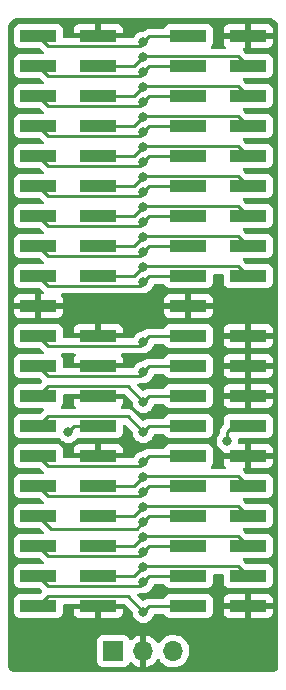
<source format=gbr>
%TF.GenerationSoftware,KiCad,Pcbnew,(6.0.4-0)*%
%TF.CreationDate,2022-11-11T17:00:16-07:00*%
%TF.ProjectId,ide_cable_select_switch,6964655f-6361-4626-9c65-5f73656c6563,rev?*%
%TF.SameCoordinates,Original*%
%TF.FileFunction,Copper,L1,Top*%
%TF.FilePolarity,Positive*%
%FSLAX46Y46*%
G04 Gerber Fmt 4.6, Leading zero omitted, Abs format (unit mm)*
G04 Created by KiCad (PCBNEW (6.0.4-0)) date 2022-11-11 17:00:16*
%MOMM*%
%LPD*%
G01*
G04 APERTURE LIST*
%TA.AperFunction,ComponentPad*%
%ADD10R,1.700000X1.700000*%
%TD*%
%TA.AperFunction,ComponentPad*%
%ADD11O,1.700000X1.700000*%
%TD*%
%TA.AperFunction,SMDPad,CuDef*%
%ADD12R,3.150000X1.000000*%
%TD*%
%TA.AperFunction,ViaPad*%
%ADD13C,0.800000*%
%TD*%
%TA.AperFunction,Conductor*%
%ADD14C,0.250000*%
%TD*%
G04 APERTURE END LIST*
D10*
%TO.P,SW1,1,A*%
%TO.N,CSEL_OUT_A*%
X152400000Y-112522000D03*
D11*
%TO.P,SW1,2,B*%
%TO.N,GND*%
X154940000Y-112522000D03*
%TO.P,SW1,3,C*%
%TO.N,CSEL_OUT_B*%
X157480000Y-112522000D03*
%TD*%
D12*
%TO.P,J2,1,Pin_1*%
%TO.N,RESET*%
X146065000Y-60452000D03*
%TO.P,J2,2,Pin_2*%
%TO.N,GND*%
X151115000Y-60452000D03*
%TO.P,J2,3,Pin_3*%
%TO.N,DB7*%
X146065000Y-62992000D03*
%TO.P,J2,4,Pin_4*%
%TO.N,DB8*%
X151115000Y-62992000D03*
%TO.P,J2,5,Pin_5*%
%TO.N,DB6*%
X146065000Y-65532000D03*
%TO.P,J2,6,Pin_6*%
%TO.N,DB9*%
X151115000Y-65532000D03*
%TO.P,J2,7,Pin_7*%
%TO.N,DB5*%
X146065000Y-68072000D03*
%TO.P,J2,8,Pin_8*%
%TO.N,DB10*%
X151115000Y-68072000D03*
%TO.P,J2,9,Pin_9*%
%TO.N,DB4*%
X146065000Y-70612000D03*
%TO.P,J2,10,Pin_10*%
%TO.N,DB11*%
X151115000Y-70612000D03*
%TO.P,J2,11,Pin_11*%
%TO.N,DB3*%
X146065000Y-73152000D03*
%TO.P,J2,12,Pin_12*%
%TO.N,DB12*%
X151115000Y-73152000D03*
%TO.P,J2,13,Pin_13*%
%TO.N,DB2*%
X146065000Y-75692000D03*
%TO.P,J2,14,Pin_14*%
%TO.N,DB13*%
X151115000Y-75692000D03*
%TO.P,J2,15,Pin_15*%
%TO.N,DB1*%
X146065000Y-78232000D03*
%TO.P,J2,16,Pin_16*%
%TO.N,DB14*%
X151115000Y-78232000D03*
%TO.P,J2,17,Pin_17*%
%TO.N,DB0*%
X146065000Y-80772000D03*
%TO.P,J2,18,Pin_18*%
%TO.N,DB15*%
X151115000Y-80772000D03*
%TO.P,J2,19,Pin_19*%
%TO.N,GND*%
X146065000Y-83312000D03*
%TO.P,J2,21,Pin_21*%
%TO.N,DRQ3*%
X146065000Y-85852000D03*
%TO.P,J2,22,Pin_22*%
%TO.N,GND*%
X151115000Y-85852000D03*
%TO.P,J2,23,Pin_23*%
%TO.N,IOW*%
X146065000Y-88392000D03*
%TO.P,J2,24,Pin_24*%
%TO.N,GND*%
X151115000Y-88392000D03*
%TO.P,J2,25,Pin_25*%
%TO.N,IOR*%
X146065000Y-90932000D03*
%TO.P,J2,26,Pin_26*%
%TO.N,GND*%
X151115000Y-90932000D03*
%TO.P,J2,27,Pin_27*%
%TO.N,IO_CH_RDY*%
X146065000Y-93472000D03*
%TO.P,J2,28,Pin_28*%
%TO.N,CSEL_OUT_A*%
X151115000Y-93472000D03*
%TO.P,J2,29,Pin_29*%
%TO.N,DACK3*%
X146065000Y-96012000D03*
%TO.P,J2,30,Pin_30*%
%TO.N,GND*%
X151115000Y-96012000D03*
%TO.P,J2,31,Pin_31*%
%TO.N,IRQ14*%
X146065000Y-98552000D03*
%TO.P,J2,32,Pin_32*%
%TO.N,RESERVED*%
X151115000Y-98552000D03*
%TO.P,J2,33,Pin_33*%
%TO.N,ADDRESS_BIT_1*%
X146065000Y-101092000D03*
%TO.P,J2,34,Pin_34*%
%TO.N,PDIAG*%
X151115000Y-101092000D03*
%TO.P,J2,35,Pin_35*%
%TO.N,ADDRESS_BIT_0*%
X146065000Y-103632000D03*
%TO.P,J2,36,Pin_36*%
%TO.N,ADDRESS_BIT_2*%
X151115000Y-103632000D03*
%TO.P,J2,37,Pin_37*%
%TO.N,CS1FX*%
X146065000Y-106172000D03*
%TO.P,J2,38,Pin_38*%
%TO.N,CS3FX*%
X151115000Y-106172000D03*
%TO.P,J2,39,Pin_39*%
%TO.N,DA_SP*%
X146065000Y-108712000D03*
%TO.P,J2,40,Pin_40*%
%TO.N,GND*%
X151115000Y-108712000D03*
%TD*%
%TO.P,J3,1,Pin_1*%
%TO.N,RESET*%
X158765000Y-60452000D03*
%TO.P,J3,2,Pin_2*%
%TO.N,GND*%
X163815000Y-60452000D03*
%TO.P,J3,3,Pin_3*%
%TO.N,DB7*%
X158765000Y-62992000D03*
%TO.P,J3,4,Pin_4*%
%TO.N,DB8*%
X163815000Y-62992000D03*
%TO.P,J3,5,Pin_5*%
%TO.N,DB6*%
X158765000Y-65532000D03*
%TO.P,J3,6,Pin_6*%
%TO.N,DB9*%
X163815000Y-65532000D03*
%TO.P,J3,7,Pin_7*%
%TO.N,DB5*%
X158765000Y-68072000D03*
%TO.P,J3,8,Pin_8*%
%TO.N,DB10*%
X163815000Y-68072000D03*
%TO.P,J3,9,Pin_9*%
%TO.N,DB4*%
X158765000Y-70612000D03*
%TO.P,J3,10,Pin_10*%
%TO.N,DB11*%
X163815000Y-70612000D03*
%TO.P,J3,11,Pin_11*%
%TO.N,DB3*%
X158765000Y-73152000D03*
%TO.P,J3,12,Pin_12*%
%TO.N,DB12*%
X163815000Y-73152000D03*
%TO.P,J3,13,Pin_13*%
%TO.N,DB2*%
X158765000Y-75692000D03*
%TO.P,J3,14,Pin_14*%
%TO.N,DB13*%
X163815000Y-75692000D03*
%TO.P,J3,15,Pin_15*%
%TO.N,DB1*%
X158765000Y-78232000D03*
%TO.P,J3,16,Pin_16*%
%TO.N,DB14*%
X163815000Y-78232000D03*
%TO.P,J3,17,Pin_17*%
%TO.N,DB0*%
X158765000Y-80772000D03*
%TO.P,J3,18,Pin_18*%
%TO.N,DB15*%
X163815000Y-80772000D03*
%TO.P,J3,19,Pin_19*%
%TO.N,GND*%
X158765000Y-83312000D03*
%TO.P,J3,21,Pin_21*%
%TO.N,DRQ3*%
X158765000Y-85852000D03*
%TO.P,J3,22,Pin_22*%
%TO.N,GND*%
X163815000Y-85852000D03*
%TO.P,J3,23,Pin_23*%
%TO.N,IOW*%
X158765000Y-88392000D03*
%TO.P,J3,24,Pin_24*%
%TO.N,GND*%
X163815000Y-88392000D03*
%TO.P,J3,25,Pin_25*%
%TO.N,IOR*%
X158765000Y-90932000D03*
%TO.P,J3,26,Pin_26*%
%TO.N,GND*%
X163815000Y-90932000D03*
%TO.P,J3,27,Pin_27*%
%TO.N,IO_CH_RDY*%
X158765000Y-93472000D03*
%TO.P,J3,28,Pin_28*%
%TO.N,CSEL_OUT_B*%
X163815000Y-93472000D03*
%TO.P,J3,29,Pin_29*%
%TO.N,DACK3*%
X158765000Y-96012000D03*
%TO.P,J3,30,Pin_30*%
%TO.N,GND*%
X163815000Y-96012000D03*
%TO.P,J3,31,Pin_31*%
%TO.N,IRQ14*%
X158765000Y-98552000D03*
%TO.P,J3,32,Pin_32*%
%TO.N,RESERVED*%
X163815000Y-98552000D03*
%TO.P,J3,33,Pin_33*%
%TO.N,ADDRESS_BIT_1*%
X158765000Y-101092000D03*
%TO.P,J3,34,Pin_34*%
%TO.N,PDIAG*%
X163815000Y-101092000D03*
%TO.P,J3,35,Pin_35*%
%TO.N,ADDRESS_BIT_0*%
X158765000Y-103632000D03*
%TO.P,J3,36,Pin_36*%
%TO.N,ADDRESS_BIT_2*%
X163815000Y-103632000D03*
%TO.P,J3,37,Pin_37*%
%TO.N,CS1FX*%
X158765000Y-106172000D03*
%TO.P,J3,38,Pin_38*%
%TO.N,CS3FX*%
X163815000Y-106172000D03*
%TO.P,J3,39,Pin_39*%
%TO.N,DA_SP*%
X158765000Y-108712000D03*
%TO.P,J3,40,Pin_40*%
%TO.N,GND*%
X163815000Y-108712000D03*
%TD*%
D13*
%TO.N,RESET*%
X154940000Y-60960000D03*
%TO.N,GND*%
X154940000Y-83820000D03*
X154940000Y-59690000D03*
%TO.N,DB7*%
X154940000Y-63500000D03*
%TO.N,DB8*%
X154940000Y-62230000D03*
%TO.N,DB6*%
X154940000Y-66040000D03*
%TO.N,DB9*%
X154940000Y-64770000D03*
%TO.N,DB5*%
X154940000Y-68580000D03*
%TO.N,DB10*%
X154940000Y-67310000D03*
%TO.N,DB4*%
X154940000Y-71120000D03*
%TO.N,DB11*%
X154940000Y-69850000D03*
%TO.N,DB3*%
X154940000Y-73660000D03*
%TO.N,DB12*%
X154940000Y-72390000D03*
%TO.N,DB2*%
X154940000Y-76200000D03*
%TO.N,DB13*%
X154940000Y-74930000D03*
%TO.N,DB1*%
X154940000Y-78740000D03*
%TO.N,DB14*%
X154940000Y-77470000D03*
%TO.N,DB0*%
X154940000Y-81280000D03*
%TO.N,DB15*%
X154940000Y-80010000D03*
%TO.N,DRQ3*%
X154940000Y-86360000D03*
%TO.N,IOW*%
X154940000Y-88900000D03*
%TO.N,IOR*%
X154940000Y-91440000D03*
%TO.N,IO_CH_RDY*%
X154940000Y-93980000D03*
%TO.N,DACK3*%
X154940000Y-96520000D03*
%TO.N,IRQ14*%
X154940000Y-99060000D03*
%TO.N,RESERVED*%
X154940000Y-97790000D03*
%TO.N,ADDRESS_BIT_1*%
X154940000Y-101600000D03*
%TO.N,PDIAG*%
X154940000Y-100330000D03*
%TO.N,ADDRESS_BIT_0*%
X154940000Y-104140000D03*
%TO.N,ADDRESS_BIT_2*%
X154940000Y-102870000D03*
%TO.N,CS1FX*%
X154940000Y-106680000D03*
%TO.N,CS3FX*%
X154940000Y-105410000D03*
%TO.N,DA_SP*%
X154940000Y-109220000D03*
%TO.N,CSEL_OUT_A*%
X148590000Y-93980000D03*
%TO.N,CSEL_OUT_B*%
X162052000Y-94742000D03*
%TD*%
D14*
%TO.N,RESET*%
X146889511Y-61276511D02*
X154623489Y-61276511D01*
X146065000Y-60452000D02*
X146889511Y-61276511D01*
X155448000Y-60452000D02*
X154940000Y-60960000D01*
X154623489Y-61276511D02*
X154940000Y-60960000D01*
X158765000Y-60452000D02*
X155448000Y-60452000D01*
%TO.N,DB7*%
X146889511Y-63816511D02*
X154623489Y-63816511D01*
X155448000Y-62992000D02*
X154940000Y-63500000D01*
X154623489Y-63816511D02*
X154940000Y-63500000D01*
X158765000Y-62992000D02*
X155448000Y-62992000D01*
X146065000Y-62992000D02*
X146889511Y-63816511D01*
%TO.N,DB8*%
X154940000Y-62230000D02*
X155002511Y-62167489D01*
X162990489Y-62167489D02*
X163815000Y-62992000D01*
X151115000Y-62992000D02*
X154178000Y-62992000D01*
X155002511Y-62167489D02*
X162990489Y-62167489D01*
X154178000Y-62992000D02*
X154940000Y-62230000D01*
%TO.N,DB6*%
X146889511Y-66356511D02*
X154623489Y-66356511D01*
X155448000Y-65532000D02*
X154940000Y-66040000D01*
X146065000Y-65532000D02*
X146889511Y-66356511D01*
X158765000Y-65532000D02*
X155448000Y-65532000D01*
X154623489Y-66356511D02*
X154940000Y-66040000D01*
%TO.N,DB9*%
X154940000Y-64770000D02*
X155002511Y-64707489D01*
X154178000Y-65532000D02*
X154940000Y-64770000D01*
X162990489Y-64707489D02*
X163815000Y-65532000D01*
X151115000Y-65532000D02*
X154178000Y-65532000D01*
X155002511Y-64707489D02*
X162990489Y-64707489D01*
%TO.N,DB5*%
X146065000Y-68072000D02*
X146889511Y-68896511D01*
X154623489Y-68896511D02*
X154940000Y-68580000D01*
X146889511Y-68896511D02*
X154623489Y-68896511D01*
X155448000Y-68072000D02*
X154940000Y-68580000D01*
X158765000Y-68072000D02*
X155448000Y-68072000D01*
%TO.N,DB10*%
X155002511Y-67247489D02*
X162990489Y-67247489D01*
X151115000Y-68072000D02*
X154178000Y-68072000D01*
X162990489Y-67247489D02*
X163815000Y-68072000D01*
X154178000Y-68072000D02*
X154940000Y-67310000D01*
X154940000Y-67310000D02*
X155002511Y-67247489D01*
%TO.N,DB4*%
X155448000Y-70612000D02*
X154940000Y-71120000D01*
X146889511Y-71436511D02*
X154623489Y-71436511D01*
X146065000Y-70612000D02*
X146889511Y-71436511D01*
X154623489Y-71436511D02*
X154940000Y-71120000D01*
X158765000Y-70612000D02*
X155448000Y-70612000D01*
%TO.N,DB11*%
X162990489Y-69787489D02*
X163815000Y-70612000D01*
X155002511Y-69787489D02*
X162990489Y-69787489D01*
X151115000Y-70612000D02*
X154178000Y-70612000D01*
X154940000Y-69850000D02*
X155002511Y-69787489D01*
X154178000Y-70612000D02*
X154940000Y-69850000D01*
%TO.N,DB3*%
X146889511Y-73976511D02*
X154623489Y-73976511D01*
X155448000Y-73152000D02*
X154940000Y-73660000D01*
X146065000Y-73152000D02*
X146889511Y-73976511D01*
X158765000Y-73152000D02*
X155448000Y-73152000D01*
X154623489Y-73976511D02*
X154940000Y-73660000D01*
%TO.N,DB12*%
X155002511Y-72327489D02*
X162990489Y-72327489D01*
X151115000Y-73152000D02*
X154178000Y-73152000D01*
X154940000Y-72390000D02*
X155002511Y-72327489D01*
X154178000Y-73152000D02*
X154940000Y-72390000D01*
X162990489Y-72327489D02*
X163815000Y-73152000D01*
%TO.N,DB2*%
X154623489Y-76516511D02*
X154940000Y-76200000D01*
X146889511Y-76516511D02*
X154623489Y-76516511D01*
X155448000Y-75692000D02*
X154940000Y-76200000D01*
X158765000Y-75692000D02*
X155448000Y-75692000D01*
X146065000Y-75692000D02*
X146889511Y-76516511D01*
%TO.N,DB13*%
X155002511Y-74867489D02*
X162990489Y-74867489D01*
X151115000Y-75692000D02*
X154178000Y-75692000D01*
X162990489Y-74867489D02*
X163815000Y-75692000D01*
X154940000Y-74930000D02*
X155002511Y-74867489D01*
X154178000Y-75692000D02*
X154940000Y-74930000D01*
%TO.N,DB1*%
X155448000Y-78232000D02*
X154940000Y-78740000D01*
X154623489Y-79056511D02*
X154940000Y-78740000D01*
X146065000Y-78232000D02*
X146889511Y-79056511D01*
X158765000Y-78232000D02*
X155448000Y-78232000D01*
X146889511Y-79056511D02*
X154623489Y-79056511D01*
%TO.N,DB14*%
X154940000Y-77470000D02*
X155002511Y-77407489D01*
X155002511Y-77407489D02*
X162990489Y-77407489D01*
X151115000Y-78232000D02*
X154178000Y-78232000D01*
X162990489Y-77407489D02*
X163815000Y-78232000D01*
X154178000Y-78232000D02*
X154940000Y-77470000D01*
%TO.N,DB0*%
X146065000Y-80772000D02*
X146889511Y-81596511D01*
X158765000Y-80772000D02*
X155448000Y-80772000D01*
X155448000Y-80772000D02*
X154940000Y-81280000D01*
X146889511Y-81596511D02*
X154623489Y-81596511D01*
X154623489Y-81596511D02*
X154940000Y-81280000D01*
%TO.N,DB15*%
X151115000Y-80772000D02*
X154178000Y-80772000D01*
X162990489Y-79947489D02*
X163815000Y-80772000D01*
X155002511Y-79947489D02*
X162990489Y-79947489D01*
X154940000Y-80010000D02*
X155002511Y-79947489D01*
X154178000Y-80772000D02*
X154940000Y-80010000D01*
%TO.N,DRQ3*%
X158765000Y-85852000D02*
X155448000Y-85852000D01*
X154623489Y-86676511D02*
X154940000Y-86360000D01*
X146889511Y-86676511D02*
X154623489Y-86676511D01*
X146065000Y-85852000D02*
X146889511Y-86676511D01*
X155448000Y-85852000D02*
X154940000Y-86360000D01*
%TO.N,IOW*%
X154623489Y-89216511D02*
X154940000Y-88900000D01*
X146889511Y-89216511D02*
X154623489Y-89216511D01*
X155448000Y-88392000D02*
X154940000Y-88900000D01*
X146065000Y-88392000D02*
X146889511Y-89216511D01*
X158765000Y-88392000D02*
X155448000Y-88392000D01*
%TO.N,IOR*%
X146889511Y-90107489D02*
X153607489Y-90107489D01*
X158765000Y-90932000D02*
X155448000Y-90932000D01*
X146065000Y-90932000D02*
X146889511Y-90107489D01*
X153607489Y-90107489D02*
X154940000Y-91440000D01*
X155448000Y-90932000D02*
X154940000Y-91440000D01*
%TO.N,IO_CH_RDY*%
X146065000Y-93472000D02*
X146889511Y-92647489D01*
X153607489Y-92647489D02*
X154940000Y-93980000D01*
X155448000Y-93472000D02*
X154940000Y-93980000D01*
X146889511Y-92647489D02*
X153607489Y-92647489D01*
X158765000Y-93472000D02*
X155448000Y-93472000D01*
%TO.N,DACK3*%
X154623489Y-96836511D02*
X154940000Y-96520000D01*
X146889511Y-96836511D02*
X154623489Y-96836511D01*
X155448000Y-96012000D02*
X154940000Y-96520000D01*
X158765000Y-96012000D02*
X155448000Y-96012000D01*
X146065000Y-96012000D02*
X146889511Y-96836511D01*
%TO.N,IRQ14*%
X146889511Y-99376511D02*
X154623489Y-99376511D01*
X155448000Y-98552000D02*
X154940000Y-99060000D01*
X146065000Y-98552000D02*
X146889511Y-99376511D01*
X154623489Y-99376511D02*
X154940000Y-99060000D01*
X158765000Y-98552000D02*
X155448000Y-98552000D01*
%TO.N,RESERVED*%
X154178000Y-98552000D02*
X154940000Y-97790000D01*
X151115000Y-98552000D02*
X154178000Y-98552000D01*
X163815000Y-98552000D02*
X162990489Y-97727489D01*
X162990489Y-97727489D02*
X155002511Y-97727489D01*
X155002511Y-97727489D02*
X154940000Y-97790000D01*
%TO.N,ADDRESS_BIT_1*%
X147118489Y-102145489D02*
X154394511Y-102145489D01*
X155448000Y-101092000D02*
X154940000Y-101600000D01*
X146065000Y-101092000D02*
X147118489Y-102145489D01*
X158765000Y-101092000D02*
X155448000Y-101092000D01*
X154394511Y-102145489D02*
X154940000Y-101600000D01*
%TO.N,PDIAG*%
X162990489Y-100267489D02*
X155002511Y-100267489D01*
X163815000Y-101092000D02*
X162990489Y-100267489D01*
X154178000Y-101092000D02*
X154940000Y-100330000D01*
X155002511Y-100267489D02*
X154940000Y-100330000D01*
X151115000Y-101092000D02*
X154178000Y-101092000D01*
%TO.N,ADDRESS_BIT_0*%
X158765000Y-103632000D02*
X155448000Y-103632000D01*
X154623489Y-104456511D02*
X154940000Y-104140000D01*
X155448000Y-103632000D02*
X154940000Y-104140000D01*
X146889511Y-104456511D02*
X154623489Y-104456511D01*
X146065000Y-103632000D02*
X146889511Y-104456511D01*
%TO.N,ADDRESS_BIT_2*%
X151115000Y-103632000D02*
X154178000Y-103632000D01*
X154178000Y-103632000D02*
X154940000Y-102870000D01*
X163815000Y-103632000D02*
X162990489Y-102807489D01*
X155002511Y-102807489D02*
X154940000Y-102870000D01*
X162990489Y-102807489D02*
X155002511Y-102807489D01*
%TO.N,CS1FX*%
X155448000Y-106172000D02*
X154940000Y-106680000D01*
X146889511Y-106996511D02*
X154623489Y-106996511D01*
X154623489Y-106996511D02*
X154940000Y-106680000D01*
X146065000Y-106172000D02*
X146889511Y-106996511D01*
X158765000Y-106172000D02*
X155448000Y-106172000D01*
%TO.N,CS3FX*%
X154178000Y-106172000D02*
X154940000Y-105410000D01*
X155002511Y-105347489D02*
X154940000Y-105410000D01*
X162990489Y-105347489D02*
X155002511Y-105347489D01*
X163815000Y-106172000D02*
X162990489Y-105347489D01*
X151115000Y-106172000D02*
X154178000Y-106172000D01*
%TO.N,DA_SP*%
X155448000Y-108712000D02*
X154940000Y-109220000D01*
X153607489Y-107887489D02*
X154940000Y-109220000D01*
X146065000Y-108712000D02*
X146889511Y-107887489D01*
X146889511Y-107887489D02*
X153607489Y-107887489D01*
X158765000Y-108712000D02*
X155448000Y-108712000D01*
%TO.N,CSEL_OUT_A*%
X149098000Y-93472000D02*
X151115000Y-93472000D01*
X148590000Y-93980000D02*
X149098000Y-93472000D01*
%TO.N,CSEL_OUT_B*%
X162052000Y-93980000D02*
X162560000Y-93472000D01*
X162052000Y-94742000D02*
X162052000Y-93980000D01*
X162560000Y-93472000D02*
X163815000Y-93472000D01*
%TD*%
%TA.AperFunction,Conductor*%
%TO.N,GND*%
G36*
X165578018Y-58930000D02*
G01*
X165592852Y-58932310D01*
X165592855Y-58932310D01*
X165601724Y-58933691D01*
X165611659Y-58932392D01*
X165612746Y-58932250D01*
X165641431Y-58931793D01*
X165714741Y-58939013D01*
X165744212Y-58941916D01*
X165768432Y-58946733D01*
X165887546Y-58982866D01*
X165910355Y-58992315D01*
X166020124Y-59050987D01*
X166040655Y-59064705D01*
X166136876Y-59143671D01*
X166154329Y-59161124D01*
X166233295Y-59257345D01*
X166247013Y-59277876D01*
X166305685Y-59387645D01*
X166315134Y-59410454D01*
X166351267Y-59529568D01*
X166356084Y-59553789D01*
X166365541Y-59649809D01*
X166365091Y-59665868D01*
X166365800Y-59665877D01*
X166365690Y-59674853D01*
X166364309Y-59683724D01*
X166365473Y-59692626D01*
X166365473Y-59692628D01*
X166368436Y-59715283D01*
X166369500Y-59731621D01*
X166369500Y-113742633D01*
X166368000Y-113762018D01*
X166364309Y-113785724D01*
X166365473Y-113794626D01*
X166365489Y-113794750D01*
X166365760Y-113825192D01*
X166365310Y-113829185D01*
X166358365Y-113890825D01*
X166352088Y-113918327D01*
X166323930Y-113998798D01*
X166311690Y-114024215D01*
X166266330Y-114096404D01*
X166248738Y-114118462D01*
X166188462Y-114178738D01*
X166166404Y-114196330D01*
X166094215Y-114241690D01*
X166068798Y-114253930D01*
X165988327Y-114282088D01*
X165960824Y-114288365D01*
X165901774Y-114295018D01*
X165886132Y-114294923D01*
X165886121Y-114295800D01*
X165877149Y-114295690D01*
X165868276Y-114294309D01*
X165859374Y-114295473D01*
X165859372Y-114295473D01*
X165848385Y-114296910D01*
X165836714Y-114298436D01*
X165820379Y-114299500D01*
X144067367Y-114299500D01*
X144047982Y-114298000D01*
X144033148Y-114295690D01*
X144033145Y-114295690D01*
X144024276Y-114294309D01*
X144015374Y-114295473D01*
X144015250Y-114295489D01*
X143984808Y-114295760D01*
X143952988Y-114292175D01*
X143919175Y-114288365D01*
X143891673Y-114282088D01*
X143811202Y-114253930D01*
X143785785Y-114241690D01*
X143713596Y-114196330D01*
X143691538Y-114178738D01*
X143631262Y-114118462D01*
X143613670Y-114096404D01*
X143568310Y-114024215D01*
X143556070Y-113998798D01*
X143527912Y-113918327D01*
X143521635Y-113890826D01*
X143519937Y-113875757D01*
X143515170Y-113833450D01*
X143514889Y-113808639D01*
X143515577Y-113804552D01*
X143515730Y-113792000D01*
X143511774Y-113764376D01*
X143510501Y-113746514D01*
X143510501Y-113420134D01*
X151041500Y-113420134D01*
X151048255Y-113482316D01*
X151099385Y-113618705D01*
X151186739Y-113735261D01*
X151303295Y-113822615D01*
X151439684Y-113873745D01*
X151501866Y-113880500D01*
X153298134Y-113880500D01*
X153360316Y-113873745D01*
X153496705Y-113822615D01*
X153613261Y-113735261D01*
X153700615Y-113618705D01*
X153744798Y-113500848D01*
X153787440Y-113444084D01*
X153854001Y-113419384D01*
X153923350Y-113434592D01*
X153958017Y-113462580D01*
X153983218Y-113491673D01*
X153990580Y-113498883D01*
X154154434Y-113634916D01*
X154162881Y-113640831D01*
X154346756Y-113748279D01*
X154356042Y-113752729D01*
X154555001Y-113828703D01*
X154564899Y-113831579D01*
X154668250Y-113852606D01*
X154682299Y-113851410D01*
X154686000Y-113841065D01*
X154686000Y-113840517D01*
X155194000Y-113840517D01*
X155198064Y-113854359D01*
X155211478Y-113856393D01*
X155218184Y-113855534D01*
X155228262Y-113853392D01*
X155432255Y-113792191D01*
X155441842Y-113788433D01*
X155633095Y-113694739D01*
X155641945Y-113689464D01*
X155815328Y-113565792D01*
X155823200Y-113559139D01*
X155974052Y-113408812D01*
X155980730Y-113400965D01*
X156108022Y-113223819D01*
X156109279Y-113224722D01*
X156156373Y-113181362D01*
X156226311Y-113169145D01*
X156291751Y-113196678D01*
X156319579Y-113228511D01*
X156379987Y-113327088D01*
X156526250Y-113495938D01*
X156698126Y-113638632D01*
X156891000Y-113751338D01*
X157099692Y-113831030D01*
X157104760Y-113832061D01*
X157104763Y-113832062D01*
X157199862Y-113851410D01*
X157318597Y-113875567D01*
X157323772Y-113875757D01*
X157323774Y-113875757D01*
X157536673Y-113883564D01*
X157536677Y-113883564D01*
X157541837Y-113883753D01*
X157546957Y-113883097D01*
X157546959Y-113883097D01*
X157758288Y-113856025D01*
X157758289Y-113856025D01*
X157763416Y-113855368D01*
X157768366Y-113853883D01*
X157972429Y-113792661D01*
X157972434Y-113792659D01*
X157977384Y-113791174D01*
X158177994Y-113692896D01*
X158359860Y-113563173D01*
X158518096Y-113405489D01*
X158648453Y-113224077D01*
X158661995Y-113196678D01*
X158745136Y-113028453D01*
X158745137Y-113028451D01*
X158747430Y-113023811D01*
X158812370Y-112810069D01*
X158841529Y-112588590D01*
X158843156Y-112522000D01*
X158824852Y-112299361D01*
X158770431Y-112082702D01*
X158681354Y-111877840D01*
X158560014Y-111690277D01*
X158409670Y-111525051D01*
X158405619Y-111521852D01*
X158405615Y-111521848D01*
X158238414Y-111389800D01*
X158238410Y-111389798D01*
X158234359Y-111386598D01*
X158198028Y-111366542D01*
X158182135Y-111357769D01*
X158038789Y-111278638D01*
X158033920Y-111276914D01*
X158033916Y-111276912D01*
X157833087Y-111205795D01*
X157833083Y-111205794D01*
X157828212Y-111204069D01*
X157823119Y-111203162D01*
X157823116Y-111203161D01*
X157613373Y-111165800D01*
X157613367Y-111165799D01*
X157608284Y-111164894D01*
X157534452Y-111163992D01*
X157390081Y-111162228D01*
X157390079Y-111162228D01*
X157384911Y-111162165D01*
X157164091Y-111195955D01*
X156951756Y-111265357D01*
X156753607Y-111368507D01*
X156749474Y-111371610D01*
X156749471Y-111371612D01*
X156579100Y-111499530D01*
X156574965Y-111502635D01*
X156420629Y-111664138D01*
X156417715Y-111668410D01*
X156417714Y-111668411D01*
X156312898Y-111822066D01*
X156257987Y-111867069D01*
X156187462Y-111875240D01*
X156123715Y-111843986D01*
X156103018Y-111819502D01*
X156022426Y-111694926D01*
X156016136Y-111686757D01*
X155872806Y-111529240D01*
X155865273Y-111522215D01*
X155698139Y-111390222D01*
X155689552Y-111384517D01*
X155503117Y-111281599D01*
X155493705Y-111277369D01*
X155292959Y-111206280D01*
X155282988Y-111203646D01*
X155211837Y-111190972D01*
X155198540Y-111192432D01*
X155194000Y-111206989D01*
X155194000Y-113840517D01*
X154686000Y-113840517D01*
X154686000Y-111205102D01*
X154682082Y-111191758D01*
X154667806Y-111189771D01*
X154629324Y-111195660D01*
X154619288Y-111198051D01*
X154416868Y-111264212D01*
X154407359Y-111268209D01*
X154218463Y-111366542D01*
X154209738Y-111372036D01*
X154039433Y-111499905D01*
X154031726Y-111506748D01*
X153954478Y-111587584D01*
X153892954Y-111623014D01*
X153822042Y-111619557D01*
X153764255Y-111578311D01*
X153745402Y-111544763D01*
X153703767Y-111433703D01*
X153700615Y-111425295D01*
X153613261Y-111308739D01*
X153496705Y-111221385D01*
X153360316Y-111170255D01*
X153298134Y-111163500D01*
X151501866Y-111163500D01*
X151439684Y-111170255D01*
X151303295Y-111221385D01*
X151186739Y-111308739D01*
X151099385Y-111425295D01*
X151048255Y-111561684D01*
X151041500Y-111623866D01*
X151041500Y-113420134D01*
X143510501Y-113420134D01*
X143510501Y-109260134D01*
X143981500Y-109260134D01*
X143988255Y-109322316D01*
X144039385Y-109458705D01*
X144126739Y-109575261D01*
X144243295Y-109662615D01*
X144379684Y-109713745D01*
X144441866Y-109720500D01*
X147688134Y-109720500D01*
X147750316Y-109713745D01*
X147886705Y-109662615D01*
X148003261Y-109575261D01*
X148090615Y-109458705D01*
X148141745Y-109322316D01*
X148148500Y-109260134D01*
X148148500Y-109256669D01*
X149032001Y-109256669D01*
X149032371Y-109263490D01*
X149037895Y-109314352D01*
X149041521Y-109329604D01*
X149086676Y-109450054D01*
X149095214Y-109465649D01*
X149171715Y-109567724D01*
X149184276Y-109580285D01*
X149286351Y-109656786D01*
X149301946Y-109665324D01*
X149422394Y-109710478D01*
X149437649Y-109714105D01*
X149488514Y-109719631D01*
X149495328Y-109720000D01*
X150842885Y-109720000D01*
X150858124Y-109715525D01*
X150859329Y-109714135D01*
X150861000Y-109706452D01*
X150861000Y-109701884D01*
X151369000Y-109701884D01*
X151373475Y-109717123D01*
X151374865Y-109718328D01*
X151382548Y-109719999D01*
X152734669Y-109719999D01*
X152741490Y-109719629D01*
X152792352Y-109714105D01*
X152807604Y-109710479D01*
X152928054Y-109665324D01*
X152943649Y-109656786D01*
X153045724Y-109580285D01*
X153058285Y-109567724D01*
X153134786Y-109465649D01*
X153143324Y-109450054D01*
X153188478Y-109329606D01*
X153192105Y-109314351D01*
X153197631Y-109263486D01*
X153198000Y-109256672D01*
X153198000Y-108984115D01*
X153193525Y-108968876D01*
X153192135Y-108967671D01*
X153184452Y-108966000D01*
X151387115Y-108966000D01*
X151371876Y-108970475D01*
X151370671Y-108971865D01*
X151369000Y-108979548D01*
X151369000Y-109701884D01*
X150861000Y-109701884D01*
X150861000Y-108984115D01*
X150856525Y-108968876D01*
X150855135Y-108967671D01*
X150847452Y-108966000D01*
X149050116Y-108966000D01*
X149034877Y-108970475D01*
X149033672Y-108971865D01*
X149032001Y-108979548D01*
X149032001Y-109256669D01*
X148148500Y-109256669D01*
X148148500Y-108646989D01*
X148168502Y-108578868D01*
X148222158Y-108532375D01*
X148274500Y-108520989D01*
X153292895Y-108520989D01*
X153361016Y-108540991D01*
X153381990Y-108557894D01*
X153992878Y-109168782D01*
X154026904Y-109231094D01*
X154029092Y-109244703D01*
X154046458Y-109409928D01*
X154105473Y-109591556D01*
X154200960Y-109756944D01*
X154328747Y-109898866D01*
X154483248Y-110011118D01*
X154489276Y-110013802D01*
X154489278Y-110013803D01*
X154651681Y-110086109D01*
X154657712Y-110088794D01*
X154751113Y-110108647D01*
X154838056Y-110127128D01*
X154838061Y-110127128D01*
X154844513Y-110128500D01*
X155035487Y-110128500D01*
X155041939Y-110127128D01*
X155041944Y-110127128D01*
X155128887Y-110108647D01*
X155222288Y-110088794D01*
X155228319Y-110086109D01*
X155390722Y-110013803D01*
X155390724Y-110013802D01*
X155396752Y-110011118D01*
X155551253Y-109898866D01*
X155679040Y-109756944D01*
X155774527Y-109591556D01*
X155826187Y-109432564D01*
X155866261Y-109373958D01*
X155931657Y-109346321D01*
X155946020Y-109345500D01*
X156609618Y-109345500D01*
X156677739Y-109365502D01*
X156724232Y-109419158D01*
X156727599Y-109427269D01*
X156736231Y-109450293D01*
X156739385Y-109458705D01*
X156826739Y-109575261D01*
X156943295Y-109662615D01*
X157079684Y-109713745D01*
X157141866Y-109720500D01*
X160388134Y-109720500D01*
X160450316Y-109713745D01*
X160586705Y-109662615D01*
X160703261Y-109575261D01*
X160790615Y-109458705D01*
X160841745Y-109322316D01*
X160848500Y-109260134D01*
X160848500Y-109256669D01*
X161732001Y-109256669D01*
X161732371Y-109263490D01*
X161737895Y-109314352D01*
X161741521Y-109329604D01*
X161786676Y-109450054D01*
X161795214Y-109465649D01*
X161871715Y-109567724D01*
X161884276Y-109580285D01*
X161986351Y-109656786D01*
X162001946Y-109665324D01*
X162122394Y-109710478D01*
X162137649Y-109714105D01*
X162188514Y-109719631D01*
X162195328Y-109720000D01*
X163542885Y-109720000D01*
X163558124Y-109715525D01*
X163559329Y-109714135D01*
X163561000Y-109706452D01*
X163561000Y-109701884D01*
X164069000Y-109701884D01*
X164073475Y-109717123D01*
X164074865Y-109718328D01*
X164082548Y-109719999D01*
X165434669Y-109719999D01*
X165441490Y-109719629D01*
X165492352Y-109714105D01*
X165507604Y-109710479D01*
X165628054Y-109665324D01*
X165643649Y-109656786D01*
X165745724Y-109580285D01*
X165758285Y-109567724D01*
X165834786Y-109465649D01*
X165843324Y-109450054D01*
X165888478Y-109329606D01*
X165892105Y-109314351D01*
X165897631Y-109263486D01*
X165898000Y-109256672D01*
X165898000Y-108984115D01*
X165893525Y-108968876D01*
X165892135Y-108967671D01*
X165884452Y-108966000D01*
X164087115Y-108966000D01*
X164071876Y-108970475D01*
X164070671Y-108971865D01*
X164069000Y-108979548D01*
X164069000Y-109701884D01*
X163561000Y-109701884D01*
X163561000Y-108984115D01*
X163556525Y-108968876D01*
X163555135Y-108967671D01*
X163547452Y-108966000D01*
X161750116Y-108966000D01*
X161734877Y-108970475D01*
X161733672Y-108971865D01*
X161732001Y-108979548D01*
X161732001Y-109256669D01*
X160848500Y-109256669D01*
X160848500Y-108439885D01*
X161732000Y-108439885D01*
X161736475Y-108455124D01*
X161737865Y-108456329D01*
X161745548Y-108458000D01*
X163542885Y-108458000D01*
X163558124Y-108453525D01*
X163559329Y-108452135D01*
X163561000Y-108444452D01*
X163561000Y-108439885D01*
X164069000Y-108439885D01*
X164073475Y-108455124D01*
X164074865Y-108456329D01*
X164082548Y-108458000D01*
X165879884Y-108458000D01*
X165895123Y-108453525D01*
X165896328Y-108452135D01*
X165897999Y-108444452D01*
X165897999Y-108167331D01*
X165897629Y-108160510D01*
X165892105Y-108109648D01*
X165888479Y-108094396D01*
X165843324Y-107973946D01*
X165834786Y-107958351D01*
X165758285Y-107856276D01*
X165745724Y-107843715D01*
X165643649Y-107767214D01*
X165628054Y-107758676D01*
X165507606Y-107713522D01*
X165492351Y-107709895D01*
X165441486Y-107704369D01*
X165434672Y-107704000D01*
X164087115Y-107704000D01*
X164071876Y-107708475D01*
X164070671Y-107709865D01*
X164069000Y-107717548D01*
X164069000Y-108439885D01*
X163561000Y-108439885D01*
X163561000Y-107722116D01*
X163556525Y-107706877D01*
X163555135Y-107705672D01*
X163547452Y-107704001D01*
X162195331Y-107704001D01*
X162188510Y-107704371D01*
X162137648Y-107709895D01*
X162122396Y-107713521D01*
X162001946Y-107758676D01*
X161986351Y-107767214D01*
X161884276Y-107843715D01*
X161871715Y-107856276D01*
X161795214Y-107958351D01*
X161786676Y-107973946D01*
X161741522Y-108094394D01*
X161737895Y-108109649D01*
X161732369Y-108160514D01*
X161732000Y-108167328D01*
X161732000Y-108439885D01*
X160848500Y-108439885D01*
X160848500Y-108163866D01*
X160841745Y-108101684D01*
X160790615Y-107965295D01*
X160703261Y-107848739D01*
X160586705Y-107761385D01*
X160450316Y-107710255D01*
X160388134Y-107703500D01*
X157141866Y-107703500D01*
X157079684Y-107710255D01*
X156943295Y-107761385D01*
X156826739Y-107848739D01*
X156739385Y-107965295D01*
X156736233Y-107973703D01*
X156736231Y-107973707D01*
X156727599Y-107996731D01*
X156684957Y-108053495D01*
X156618395Y-108078194D01*
X156609618Y-108078500D01*
X155526763Y-108078500D01*
X155515579Y-108077973D01*
X155508091Y-108076299D01*
X155500168Y-108076548D01*
X155440033Y-108078438D01*
X155436075Y-108078500D01*
X155408144Y-108078500D01*
X155404229Y-108078995D01*
X155404225Y-108078995D01*
X155404167Y-108079003D01*
X155404138Y-108079006D01*
X155392296Y-108079939D01*
X155348110Y-108081327D01*
X155330744Y-108086372D01*
X155328658Y-108086978D01*
X155309306Y-108090986D01*
X155297068Y-108092532D01*
X155297066Y-108092533D01*
X155289203Y-108093526D01*
X155248086Y-108109806D01*
X155236885Y-108113641D01*
X155194406Y-108125982D01*
X155187587Y-108130015D01*
X155187582Y-108130017D01*
X155176971Y-108136293D01*
X155159221Y-108144990D01*
X155140383Y-108152448D01*
X155133967Y-108157109D01*
X155133966Y-108157110D01*
X155104625Y-108178428D01*
X155094701Y-108184947D01*
X155063460Y-108203422D01*
X155063455Y-108203426D01*
X155056637Y-108207458D01*
X155042313Y-108221782D01*
X155027275Y-108234626D01*
X155011963Y-108245750D01*
X154945095Y-108269606D01*
X154875944Y-108253523D01*
X154848810Y-108232906D01*
X154461573Y-107845668D01*
X154427548Y-107783356D01*
X154432613Y-107712540D01*
X154475160Y-107655705D01*
X154541680Y-107630894D01*
X154558352Y-107631085D01*
X154563398Y-107632213D01*
X154571319Y-107631964D01*
X154631475Y-107630073D01*
X154635434Y-107630011D01*
X154663345Y-107630011D01*
X154667280Y-107629514D01*
X154667345Y-107629506D01*
X154679182Y-107628573D01*
X154711440Y-107627559D01*
X154715459Y-107627433D01*
X154723378Y-107627184D01*
X154742832Y-107621532D01*
X154762189Y-107617524D01*
X154774419Y-107615979D01*
X154774420Y-107615979D01*
X154782286Y-107614985D01*
X154789657Y-107612066D01*
X154789659Y-107612066D01*
X154823392Y-107598710D01*
X154834634Y-107594861D01*
X154839320Y-107593500D01*
X154874463Y-107588500D01*
X155035487Y-107588500D01*
X155041939Y-107587128D01*
X155041944Y-107587128D01*
X155128888Y-107568647D01*
X155222288Y-107548794D01*
X155363257Y-107486031D01*
X155390722Y-107473803D01*
X155390724Y-107473802D01*
X155396752Y-107471118D01*
X155551253Y-107358866D01*
X155679040Y-107216944D01*
X155774527Y-107051556D01*
X155826187Y-106892564D01*
X155866261Y-106833958D01*
X155931657Y-106806321D01*
X155946020Y-106805500D01*
X156609618Y-106805500D01*
X156677739Y-106825502D01*
X156724232Y-106879158D01*
X156727599Y-106887269D01*
X156736231Y-106910293D01*
X156739385Y-106918705D01*
X156826739Y-107035261D01*
X156943295Y-107122615D01*
X157079684Y-107173745D01*
X157141866Y-107180500D01*
X160388134Y-107180500D01*
X160450316Y-107173745D01*
X160586705Y-107122615D01*
X160703261Y-107035261D01*
X160790615Y-106918705D01*
X160841745Y-106782316D01*
X160848500Y-106720134D01*
X160848500Y-106106989D01*
X160868502Y-106038868D01*
X160922158Y-105992375D01*
X160974500Y-105980989D01*
X161605500Y-105980989D01*
X161673621Y-106000991D01*
X161720114Y-106054647D01*
X161731500Y-106106989D01*
X161731500Y-106720134D01*
X161738255Y-106782316D01*
X161789385Y-106918705D01*
X161876739Y-107035261D01*
X161993295Y-107122615D01*
X162129684Y-107173745D01*
X162191866Y-107180500D01*
X165438134Y-107180500D01*
X165500316Y-107173745D01*
X165636705Y-107122615D01*
X165753261Y-107035261D01*
X165840615Y-106918705D01*
X165891745Y-106782316D01*
X165898500Y-106720134D01*
X165898500Y-105623866D01*
X165891745Y-105561684D01*
X165840615Y-105425295D01*
X165753261Y-105308739D01*
X165636705Y-105221385D01*
X165500316Y-105170255D01*
X165438134Y-105163500D01*
X163754595Y-105163500D01*
X163686474Y-105143498D01*
X163665500Y-105126595D01*
X163494141Y-104955236D01*
X163486601Y-104946950D01*
X163482489Y-104940471D01*
X163432837Y-104893845D01*
X163429996Y-104891091D01*
X163410259Y-104871354D01*
X163407062Y-104868874D01*
X163398041Y-104861170D01*
X163395039Y-104858351D01*
X163359073Y-104797139D01*
X163361910Y-104726199D01*
X163402650Y-104668054D01*
X163468358Y-104641166D01*
X163481291Y-104640500D01*
X165438134Y-104640500D01*
X165500316Y-104633745D01*
X165636705Y-104582615D01*
X165753261Y-104495261D01*
X165840615Y-104378705D01*
X165891745Y-104242316D01*
X165898500Y-104180134D01*
X165898500Y-103083866D01*
X165891745Y-103021684D01*
X165840615Y-102885295D01*
X165753261Y-102768739D01*
X165636705Y-102681385D01*
X165500316Y-102630255D01*
X165438134Y-102623500D01*
X163754595Y-102623500D01*
X163686474Y-102603498D01*
X163665500Y-102586595D01*
X163494141Y-102415236D01*
X163486601Y-102406950D01*
X163482489Y-102400471D01*
X163432837Y-102353845D01*
X163429996Y-102351091D01*
X163410259Y-102331354D01*
X163407062Y-102328874D01*
X163398041Y-102321170D01*
X163395039Y-102318351D01*
X163359073Y-102257139D01*
X163361910Y-102186199D01*
X163402650Y-102128054D01*
X163468358Y-102101166D01*
X163481291Y-102100500D01*
X165438134Y-102100500D01*
X165500316Y-102093745D01*
X165636705Y-102042615D01*
X165753261Y-101955261D01*
X165840615Y-101838705D01*
X165891745Y-101702316D01*
X165898500Y-101640134D01*
X165898500Y-100543866D01*
X165891745Y-100481684D01*
X165840615Y-100345295D01*
X165753261Y-100228739D01*
X165636705Y-100141385D01*
X165500316Y-100090255D01*
X165438134Y-100083500D01*
X163754595Y-100083500D01*
X163686474Y-100063498D01*
X163665500Y-100046595D01*
X163494141Y-99875236D01*
X163486601Y-99866950D01*
X163482489Y-99860471D01*
X163432837Y-99813845D01*
X163429996Y-99811091D01*
X163410259Y-99791354D01*
X163407062Y-99788874D01*
X163398041Y-99781170D01*
X163395039Y-99778351D01*
X163359073Y-99717139D01*
X163361910Y-99646199D01*
X163402650Y-99588054D01*
X163468358Y-99561166D01*
X163481291Y-99560500D01*
X165438134Y-99560500D01*
X165500316Y-99553745D01*
X165636705Y-99502615D01*
X165753261Y-99415261D01*
X165840615Y-99298705D01*
X165891745Y-99162316D01*
X165898500Y-99100134D01*
X165898500Y-98003866D01*
X165891745Y-97941684D01*
X165840615Y-97805295D01*
X165753261Y-97688739D01*
X165636705Y-97601385D01*
X165500316Y-97550255D01*
X165438134Y-97543500D01*
X163754595Y-97543500D01*
X163686474Y-97523498D01*
X163665500Y-97506595D01*
X163494141Y-97335236D01*
X163486601Y-97326950D01*
X163482489Y-97320471D01*
X163432837Y-97273845D01*
X163429996Y-97271091D01*
X163410259Y-97251354D01*
X163407062Y-97248875D01*
X163398035Y-97241164D01*
X163394501Y-97237845D01*
X163358539Y-97176631D01*
X163361381Y-97105691D01*
X163402124Y-97047549D01*
X163467834Y-97020665D01*
X163480759Y-97020000D01*
X163542885Y-97020000D01*
X163558124Y-97015525D01*
X163559329Y-97014135D01*
X163561000Y-97006452D01*
X163561000Y-97001884D01*
X164069000Y-97001884D01*
X164073475Y-97017123D01*
X164074865Y-97018328D01*
X164082548Y-97019999D01*
X165434669Y-97019999D01*
X165441490Y-97019629D01*
X165492352Y-97014105D01*
X165507604Y-97010479D01*
X165628054Y-96965324D01*
X165643649Y-96956786D01*
X165745724Y-96880285D01*
X165758285Y-96867724D01*
X165834786Y-96765649D01*
X165843324Y-96750054D01*
X165888478Y-96629606D01*
X165892105Y-96614351D01*
X165897631Y-96563486D01*
X165898000Y-96556672D01*
X165898000Y-96284115D01*
X165893525Y-96268876D01*
X165892135Y-96267671D01*
X165884452Y-96266000D01*
X164087115Y-96266000D01*
X164071876Y-96270475D01*
X164070671Y-96271865D01*
X164069000Y-96279548D01*
X164069000Y-97001884D01*
X163561000Y-97001884D01*
X163561000Y-96284115D01*
X163556525Y-96268876D01*
X163555135Y-96267671D01*
X163547452Y-96266000D01*
X161750116Y-96266000D01*
X161734877Y-96270475D01*
X161733672Y-96271865D01*
X161732001Y-96279548D01*
X161732001Y-96556669D01*
X161732371Y-96563490D01*
X161737895Y-96614352D01*
X161741521Y-96629604D01*
X161786676Y-96750054D01*
X161795214Y-96765649D01*
X161871715Y-96867724D01*
X161882885Y-96878894D01*
X161916911Y-96941206D01*
X161911846Y-97012021D01*
X161869299Y-97068857D01*
X161802779Y-97093668D01*
X161793790Y-97093989D01*
X160786924Y-97093989D01*
X160718803Y-97073987D01*
X160672310Y-97020331D01*
X160662206Y-96950057D01*
X160691700Y-96885477D01*
X160696480Y-96880343D01*
X160703261Y-96875261D01*
X160790615Y-96758705D01*
X160841745Y-96622316D01*
X160848500Y-96560134D01*
X160848500Y-95463866D01*
X160841745Y-95401684D01*
X160790615Y-95265295D01*
X160703261Y-95148739D01*
X160586705Y-95061385D01*
X160450316Y-95010255D01*
X160388134Y-95003500D01*
X157141866Y-95003500D01*
X157079684Y-95010255D01*
X156943295Y-95061385D01*
X156826739Y-95148739D01*
X156739385Y-95265295D01*
X156736233Y-95273703D01*
X156736231Y-95273707D01*
X156727599Y-95296731D01*
X156684957Y-95353495D01*
X156618395Y-95378194D01*
X156609618Y-95378500D01*
X155526763Y-95378500D01*
X155515579Y-95377973D01*
X155508091Y-95376299D01*
X155500168Y-95376548D01*
X155440033Y-95378438D01*
X155436075Y-95378500D01*
X155408144Y-95378500D01*
X155404229Y-95378995D01*
X155404225Y-95378995D01*
X155404167Y-95379003D01*
X155404138Y-95379006D01*
X155392296Y-95379939D01*
X155348110Y-95381327D01*
X155330744Y-95386372D01*
X155328658Y-95386978D01*
X155309306Y-95390986D01*
X155297068Y-95392532D01*
X155297066Y-95392533D01*
X155289203Y-95393526D01*
X155248086Y-95409806D01*
X155236885Y-95413641D01*
X155194406Y-95425982D01*
X155187587Y-95430015D01*
X155187582Y-95430017D01*
X155176971Y-95436293D01*
X155159221Y-95444990D01*
X155140383Y-95452448D01*
X155133967Y-95457109D01*
X155133966Y-95457110D01*
X155104625Y-95478428D01*
X155094701Y-95484947D01*
X155063460Y-95503422D01*
X155063455Y-95503426D01*
X155056637Y-95507458D01*
X155042313Y-95521782D01*
X155027281Y-95534621D01*
X155010893Y-95546528D01*
X155005842Y-95552634D01*
X154994936Y-95565817D01*
X154936102Y-95605554D01*
X154897852Y-95611500D01*
X154844513Y-95611500D01*
X154838061Y-95612872D01*
X154838056Y-95612872D01*
X154751112Y-95631353D01*
X154657712Y-95651206D01*
X154651682Y-95653891D01*
X154651681Y-95653891D01*
X154489278Y-95726197D01*
X154489276Y-95726198D01*
X154483248Y-95728882D01*
X154477907Y-95732762D01*
X154477906Y-95732763D01*
X154443171Y-95758000D01*
X154328747Y-95841134D01*
X154200960Y-95983056D01*
X154197659Y-95988774D01*
X154110342Y-96140011D01*
X154058960Y-96189004D01*
X154001223Y-96203011D01*
X148274500Y-96203011D01*
X148206379Y-96183009D01*
X148159886Y-96129353D01*
X148148500Y-96077011D01*
X148148500Y-95739885D01*
X149032000Y-95739885D01*
X149036475Y-95755124D01*
X149037865Y-95756329D01*
X149045548Y-95758000D01*
X150842885Y-95758000D01*
X150858124Y-95753525D01*
X150859329Y-95752135D01*
X150861000Y-95744452D01*
X150861000Y-95739885D01*
X151369000Y-95739885D01*
X151373475Y-95755124D01*
X151374865Y-95756329D01*
X151382548Y-95758000D01*
X153179884Y-95758000D01*
X153195123Y-95753525D01*
X153196328Y-95752135D01*
X153197999Y-95744452D01*
X153197999Y-95467331D01*
X153197629Y-95460510D01*
X153192105Y-95409648D01*
X153188479Y-95394396D01*
X153143324Y-95273946D01*
X153134786Y-95258351D01*
X153058285Y-95156276D01*
X153045724Y-95143715D01*
X152943649Y-95067214D01*
X152928054Y-95058676D01*
X152807606Y-95013522D01*
X152792351Y-95009895D01*
X152741486Y-95004369D01*
X152734672Y-95004000D01*
X151387115Y-95004000D01*
X151371876Y-95008475D01*
X151370671Y-95009865D01*
X151369000Y-95017548D01*
X151369000Y-95739885D01*
X150861000Y-95739885D01*
X150861000Y-95022116D01*
X150856525Y-95006877D01*
X150855135Y-95005672D01*
X150847452Y-95004001D01*
X149495331Y-95004001D01*
X149488510Y-95004371D01*
X149437648Y-95009895D01*
X149422396Y-95013521D01*
X149301946Y-95058676D01*
X149286351Y-95067214D01*
X149184276Y-95143715D01*
X149171715Y-95156276D01*
X149095214Y-95258351D01*
X149086676Y-95273946D01*
X149041522Y-95394394D01*
X149037895Y-95409649D01*
X149032369Y-95460514D01*
X149032000Y-95467328D01*
X149032000Y-95739885D01*
X148148500Y-95739885D01*
X148148500Y-95463866D01*
X148141745Y-95401684D01*
X148090615Y-95265295D01*
X148003261Y-95148739D01*
X147886705Y-95061385D01*
X147750316Y-95010255D01*
X147688134Y-95003500D01*
X144441866Y-95003500D01*
X144379684Y-95010255D01*
X144243295Y-95061385D01*
X144126739Y-95148739D01*
X144039385Y-95265295D01*
X143988255Y-95401684D01*
X143981500Y-95463866D01*
X143981500Y-96560134D01*
X143988255Y-96622316D01*
X144039385Y-96758705D01*
X144126739Y-96875261D01*
X144243295Y-96962615D01*
X144379684Y-97013745D01*
X144441866Y-97020500D01*
X146125406Y-97020500D01*
X146193527Y-97040502D01*
X146214501Y-97057405D01*
X146385854Y-97228758D01*
X146393398Y-97237048D01*
X146397511Y-97243529D01*
X146403288Y-97248954D01*
X146447178Y-97290169D01*
X146450020Y-97292924D01*
X146469742Y-97312646D01*
X146472866Y-97315069D01*
X146472870Y-97315073D01*
X146472935Y-97315123D01*
X146481958Y-97322830D01*
X146484962Y-97325651D01*
X146520927Y-97386864D01*
X146518088Y-97457804D01*
X146477347Y-97515947D01*
X146411639Y-97542835D01*
X146398708Y-97543500D01*
X144441866Y-97543500D01*
X144379684Y-97550255D01*
X144243295Y-97601385D01*
X144126739Y-97688739D01*
X144039385Y-97805295D01*
X143988255Y-97941684D01*
X143981500Y-98003866D01*
X143981500Y-99100134D01*
X143988255Y-99162316D01*
X144039385Y-99298705D01*
X144126739Y-99415261D01*
X144243295Y-99502615D01*
X144379684Y-99553745D01*
X144441866Y-99560500D01*
X146125406Y-99560500D01*
X146193527Y-99580502D01*
X146214501Y-99597405D01*
X146385854Y-99768758D01*
X146393398Y-99777048D01*
X146397511Y-99783529D01*
X146403288Y-99788954D01*
X146447178Y-99830169D01*
X146450020Y-99832924D01*
X146469742Y-99852646D01*
X146472866Y-99855069D01*
X146472870Y-99855073D01*
X146472935Y-99855123D01*
X146481958Y-99862830D01*
X146484962Y-99865651D01*
X146520927Y-99926864D01*
X146518088Y-99997804D01*
X146477347Y-100055947D01*
X146411639Y-100082835D01*
X146398708Y-100083500D01*
X144441866Y-100083500D01*
X144379684Y-100090255D01*
X144243295Y-100141385D01*
X144126739Y-100228739D01*
X144039385Y-100345295D01*
X143988255Y-100481684D01*
X143981500Y-100543866D01*
X143981500Y-101640134D01*
X143988255Y-101702316D01*
X144039385Y-101838705D01*
X144126739Y-101955261D01*
X144243295Y-102042615D01*
X144379684Y-102093745D01*
X144441866Y-102100500D01*
X146125406Y-102100500D01*
X146193527Y-102120502D01*
X146214501Y-102137405D01*
X146485501Y-102408405D01*
X146519527Y-102470717D01*
X146514462Y-102541532D01*
X146471915Y-102598368D01*
X146405395Y-102623179D01*
X146396406Y-102623500D01*
X144441866Y-102623500D01*
X144379684Y-102630255D01*
X144243295Y-102681385D01*
X144126739Y-102768739D01*
X144039385Y-102885295D01*
X143988255Y-103021684D01*
X143981500Y-103083866D01*
X143981500Y-104180134D01*
X143988255Y-104242316D01*
X144039385Y-104378705D01*
X144126739Y-104495261D01*
X144243295Y-104582615D01*
X144379684Y-104633745D01*
X144441866Y-104640500D01*
X146125406Y-104640500D01*
X146193527Y-104660502D01*
X146214501Y-104677405D01*
X146385854Y-104848758D01*
X146393398Y-104857048D01*
X146397511Y-104863529D01*
X146403288Y-104868954D01*
X146447178Y-104910169D01*
X146450020Y-104912924D01*
X146469742Y-104932646D01*
X146472866Y-104935069D01*
X146472870Y-104935073D01*
X146472935Y-104935123D01*
X146481958Y-104942830D01*
X146484962Y-104945651D01*
X146520927Y-105006864D01*
X146518088Y-105077804D01*
X146477347Y-105135947D01*
X146411639Y-105162835D01*
X146398708Y-105163500D01*
X144441866Y-105163500D01*
X144379684Y-105170255D01*
X144243295Y-105221385D01*
X144126739Y-105308739D01*
X144039385Y-105425295D01*
X143988255Y-105561684D01*
X143981500Y-105623866D01*
X143981500Y-106720134D01*
X143988255Y-106782316D01*
X144039385Y-106918705D01*
X144126739Y-107035261D01*
X144243295Y-107122615D01*
X144379684Y-107173745D01*
X144441866Y-107180500D01*
X146125406Y-107180500D01*
X146193527Y-107200502D01*
X146214501Y-107217405D01*
X146350000Y-107352904D01*
X146384026Y-107415216D01*
X146378961Y-107486031D01*
X146350001Y-107531094D01*
X146214501Y-107666595D01*
X146152189Y-107700620D01*
X146125405Y-107703500D01*
X144441866Y-107703500D01*
X144379684Y-107710255D01*
X144243295Y-107761385D01*
X144126739Y-107848739D01*
X144039385Y-107965295D01*
X143988255Y-108101684D01*
X143981500Y-108163866D01*
X143981500Y-109260134D01*
X143510501Y-109260134D01*
X143510500Y-94020134D01*
X143981500Y-94020134D01*
X143988255Y-94082316D01*
X144039385Y-94218705D01*
X144126739Y-94335261D01*
X144243295Y-94422615D01*
X144379684Y-94473745D01*
X144441866Y-94480500D01*
X147688134Y-94480500D01*
X147691529Y-94480131D01*
X147691533Y-94480131D01*
X147742687Y-94474574D01*
X147812569Y-94487102D01*
X147849433Y-94518319D01*
X147850960Y-94516944D01*
X147978747Y-94658866D01*
X148077843Y-94730864D01*
X148102207Y-94748565D01*
X148133248Y-94771118D01*
X148139276Y-94773802D01*
X148139278Y-94773803D01*
X148301681Y-94846109D01*
X148307712Y-94848794D01*
X148383155Y-94864830D01*
X148488056Y-94887128D01*
X148488061Y-94887128D01*
X148494513Y-94888500D01*
X148685487Y-94888500D01*
X148691939Y-94887128D01*
X148691944Y-94887128D01*
X148796845Y-94864830D01*
X148872288Y-94848794D01*
X148878319Y-94846109D01*
X149040722Y-94773803D01*
X149040724Y-94773802D01*
X149046752Y-94771118D01*
X149077794Y-94748565D01*
X149102157Y-94730864D01*
X149201253Y-94658866D01*
X149329040Y-94516944D01*
X149330966Y-94518678D01*
X149378019Y-94482412D01*
X149437313Y-94474574D01*
X149488467Y-94480131D01*
X149488471Y-94480131D01*
X149491866Y-94480500D01*
X152738134Y-94480500D01*
X152800316Y-94473745D01*
X152936705Y-94422615D01*
X153053261Y-94335261D01*
X153140615Y-94218705D01*
X153191745Y-94082316D01*
X153198500Y-94020134D01*
X153198500Y-93438594D01*
X153218502Y-93370473D01*
X153272158Y-93323980D01*
X153342432Y-93313876D01*
X153407012Y-93343370D01*
X153413595Y-93349499D01*
X153992878Y-93928782D01*
X154026904Y-93991094D01*
X154029092Y-94004703D01*
X154046458Y-94169928D01*
X154105473Y-94351556D01*
X154200960Y-94516944D01*
X154205378Y-94521851D01*
X154205379Y-94521852D01*
X154230572Y-94549832D01*
X154328747Y-94658866D01*
X154427843Y-94730864D01*
X154452207Y-94748565D01*
X154483248Y-94771118D01*
X154489276Y-94773802D01*
X154489278Y-94773803D01*
X154651681Y-94846109D01*
X154657712Y-94848794D01*
X154733155Y-94864830D01*
X154838056Y-94887128D01*
X154838061Y-94887128D01*
X154844513Y-94888500D01*
X155035487Y-94888500D01*
X155041939Y-94887128D01*
X155041944Y-94887128D01*
X155146845Y-94864830D01*
X155222288Y-94848794D01*
X155228319Y-94846109D01*
X155390722Y-94773803D01*
X155390724Y-94773802D01*
X155396752Y-94771118D01*
X155427794Y-94748565D01*
X155436830Y-94742000D01*
X161138496Y-94742000D01*
X161139186Y-94748564D01*
X161139186Y-94748565D01*
X161153894Y-94888500D01*
X161158458Y-94931928D01*
X161217473Y-95113556D01*
X161312960Y-95278944D01*
X161317378Y-95283851D01*
X161317379Y-95283852D01*
X161416913Y-95394396D01*
X161440747Y-95420866D01*
X161595248Y-95533118D01*
X161601281Y-95535804D01*
X161601286Y-95535807D01*
X161657249Y-95560724D01*
X161711345Y-95606704D01*
X161732000Y-95675830D01*
X161732000Y-95739885D01*
X161736475Y-95755124D01*
X161737865Y-95756329D01*
X161745548Y-95758000D01*
X163542885Y-95758000D01*
X163558124Y-95753525D01*
X163559329Y-95752135D01*
X163561000Y-95744452D01*
X163561000Y-95739885D01*
X164069000Y-95739885D01*
X164073475Y-95755124D01*
X164074865Y-95756329D01*
X164082548Y-95758000D01*
X165879884Y-95758000D01*
X165895123Y-95753525D01*
X165896328Y-95752135D01*
X165897999Y-95744452D01*
X165897999Y-95467331D01*
X165897629Y-95460510D01*
X165892105Y-95409648D01*
X165888479Y-95394396D01*
X165843324Y-95273946D01*
X165834786Y-95258351D01*
X165758285Y-95156276D01*
X165745724Y-95143715D01*
X165643649Y-95067214D01*
X165628054Y-95058676D01*
X165507606Y-95013522D01*
X165492351Y-95009895D01*
X165441486Y-95004369D01*
X165434672Y-95004000D01*
X164087115Y-95004000D01*
X164071876Y-95008475D01*
X164070671Y-95009865D01*
X164069000Y-95017548D01*
X164069000Y-95739885D01*
X163561000Y-95739885D01*
X163561000Y-95022116D01*
X163556525Y-95006877D01*
X163555135Y-95005672D01*
X163547452Y-95004001D01*
X163077904Y-95004001D01*
X163009783Y-94983999D01*
X162963290Y-94930343D01*
X162952594Y-94864830D01*
X162954280Y-94848794D01*
X162965504Y-94742000D01*
X162964814Y-94735435D01*
X162952647Y-94619670D01*
X162965419Y-94549832D01*
X163013921Y-94497985D01*
X163077957Y-94480500D01*
X165438134Y-94480500D01*
X165500316Y-94473745D01*
X165636705Y-94422615D01*
X165753261Y-94335261D01*
X165840615Y-94218705D01*
X165891745Y-94082316D01*
X165898500Y-94020134D01*
X165898500Y-92923866D01*
X165891745Y-92861684D01*
X165840615Y-92725295D01*
X165753261Y-92608739D01*
X165636705Y-92521385D01*
X165500316Y-92470255D01*
X165438134Y-92463500D01*
X162191866Y-92463500D01*
X162129684Y-92470255D01*
X161993295Y-92521385D01*
X161876739Y-92608739D01*
X161789385Y-92725295D01*
X161738255Y-92861684D01*
X161731500Y-92923866D01*
X161731500Y-93352405D01*
X161711498Y-93420526D01*
X161694595Y-93441500D01*
X161659747Y-93476348D01*
X161651461Y-93483888D01*
X161644982Y-93488000D01*
X161639557Y-93493777D01*
X161598357Y-93537651D01*
X161595602Y-93540493D01*
X161575865Y-93560230D01*
X161573385Y-93563427D01*
X161565682Y-93572447D01*
X161535414Y-93604679D01*
X161531595Y-93611625D01*
X161531593Y-93611628D01*
X161525652Y-93622434D01*
X161514801Y-93638953D01*
X161502386Y-93654959D01*
X161499241Y-93662228D01*
X161499238Y-93662232D01*
X161484826Y-93695537D01*
X161479609Y-93706187D01*
X161458305Y-93744940D01*
X161456334Y-93752615D01*
X161456334Y-93752616D01*
X161453267Y-93764562D01*
X161446863Y-93783266D01*
X161438819Y-93801855D01*
X161437580Y-93809678D01*
X161437577Y-93809688D01*
X161431901Y-93845524D01*
X161429495Y-93857144D01*
X161418500Y-93899970D01*
X161418500Y-93920224D01*
X161416949Y-93939934D01*
X161413780Y-93959943D01*
X161414526Y-93967835D01*
X161417941Y-94003961D01*
X161418500Y-94015819D01*
X161418500Y-94039476D01*
X161398498Y-94107597D01*
X161386142Y-94123779D01*
X161312960Y-94205056D01*
X161217473Y-94370444D01*
X161158458Y-94552072D01*
X161157768Y-94558633D01*
X161157768Y-94558635D01*
X161139186Y-94735435D01*
X161138496Y-94742000D01*
X155436830Y-94742000D01*
X155452157Y-94730864D01*
X155551253Y-94658866D01*
X155649428Y-94549832D01*
X155674621Y-94521852D01*
X155674622Y-94521851D01*
X155679040Y-94516944D01*
X155774527Y-94351556D01*
X155826187Y-94192564D01*
X155866261Y-94133958D01*
X155931657Y-94106321D01*
X155946020Y-94105500D01*
X156609618Y-94105500D01*
X156677739Y-94125502D01*
X156724232Y-94179158D01*
X156727599Y-94187269D01*
X156734268Y-94205056D01*
X156739385Y-94218705D01*
X156826739Y-94335261D01*
X156943295Y-94422615D01*
X157079684Y-94473745D01*
X157141866Y-94480500D01*
X160388134Y-94480500D01*
X160450316Y-94473745D01*
X160586705Y-94422615D01*
X160703261Y-94335261D01*
X160790615Y-94218705D01*
X160841745Y-94082316D01*
X160848500Y-94020134D01*
X160848500Y-92923866D01*
X160841745Y-92861684D01*
X160790615Y-92725295D01*
X160703261Y-92608739D01*
X160586705Y-92521385D01*
X160450316Y-92470255D01*
X160388134Y-92463500D01*
X157141866Y-92463500D01*
X157079684Y-92470255D01*
X156943295Y-92521385D01*
X156826739Y-92608739D01*
X156739385Y-92725295D01*
X156736233Y-92733703D01*
X156736231Y-92733707D01*
X156727599Y-92756731D01*
X156684957Y-92813495D01*
X156618395Y-92838194D01*
X156609618Y-92838500D01*
X155526763Y-92838500D01*
X155515579Y-92837973D01*
X155508091Y-92836299D01*
X155500168Y-92836548D01*
X155440033Y-92838438D01*
X155436075Y-92838500D01*
X155408144Y-92838500D01*
X155404229Y-92838995D01*
X155404225Y-92838995D01*
X155404167Y-92839003D01*
X155404138Y-92839006D01*
X155392296Y-92839939D01*
X155348110Y-92841327D01*
X155330744Y-92846372D01*
X155328658Y-92846978D01*
X155309306Y-92850986D01*
X155297068Y-92852532D01*
X155297066Y-92852533D01*
X155289203Y-92853526D01*
X155248086Y-92869806D01*
X155236885Y-92873641D01*
X155194406Y-92885982D01*
X155187587Y-92890015D01*
X155187582Y-92890017D01*
X155176971Y-92896293D01*
X155159221Y-92904990D01*
X155140383Y-92912448D01*
X155133967Y-92917109D01*
X155133966Y-92917110D01*
X155104625Y-92938428D01*
X155094701Y-92944947D01*
X155063460Y-92963422D01*
X155063455Y-92963426D01*
X155056637Y-92967458D01*
X155042313Y-92981782D01*
X155027275Y-92994626D01*
X155011963Y-93005750D01*
X154945095Y-93029606D01*
X154875944Y-93013523D01*
X154848810Y-92992906D01*
X154166365Y-92310460D01*
X154155393Y-92290366D01*
X154149481Y-92288752D01*
X154126477Y-92270571D01*
X154111137Y-92255231D01*
X154103602Y-92246951D01*
X154099489Y-92240471D01*
X154049837Y-92193845D01*
X154046996Y-92191091D01*
X154027259Y-92171354D01*
X154024062Y-92168874D01*
X154015040Y-92161169D01*
X154002094Y-92149012D01*
X153982810Y-92130903D01*
X153975864Y-92127084D01*
X153975861Y-92127082D01*
X153965055Y-92121141D01*
X153948536Y-92110290D01*
X153948072Y-92109930D01*
X153932530Y-92097875D01*
X153925261Y-92094730D01*
X153925257Y-92094727D01*
X153891952Y-92080315D01*
X153881302Y-92075098D01*
X153842549Y-92053794D01*
X153822926Y-92048756D01*
X153804223Y-92042352D01*
X153792909Y-92037456D01*
X153792908Y-92037456D01*
X153785634Y-92034308D01*
X153777811Y-92033069D01*
X153777801Y-92033066D01*
X153741965Y-92027390D01*
X153730345Y-92024984D01*
X153695200Y-92015961D01*
X153695199Y-92015961D01*
X153687519Y-92013989D01*
X153667265Y-92013989D01*
X153647554Y-92012438D01*
X153635375Y-92010509D01*
X153627546Y-92009269D01*
X153619654Y-92010015D01*
X153583528Y-92013430D01*
X153571670Y-92013989D01*
X153136210Y-92013989D01*
X153068089Y-91993987D01*
X153021596Y-91940331D01*
X153011492Y-91870057D01*
X153040986Y-91805477D01*
X153047115Y-91798894D01*
X153058285Y-91787724D01*
X153134786Y-91685649D01*
X153143324Y-91670054D01*
X153188478Y-91549606D01*
X153192105Y-91534351D01*
X153197631Y-91483486D01*
X153198000Y-91476672D01*
X153198000Y-91204115D01*
X153193525Y-91188876D01*
X153192135Y-91187671D01*
X153184452Y-91186000D01*
X149050116Y-91186000D01*
X149034877Y-91190475D01*
X149033672Y-91191865D01*
X149032001Y-91199548D01*
X149032001Y-91476669D01*
X149032371Y-91483490D01*
X149037895Y-91534352D01*
X149041521Y-91549604D01*
X149086676Y-91670054D01*
X149095214Y-91685649D01*
X149171715Y-91787724D01*
X149182885Y-91798894D01*
X149216911Y-91861206D01*
X149211846Y-91932021D01*
X149169299Y-91988857D01*
X149102779Y-92013668D01*
X149093790Y-92013989D01*
X148086924Y-92013989D01*
X148018803Y-91993987D01*
X147972310Y-91940331D01*
X147962206Y-91870057D01*
X147991700Y-91805477D01*
X147996480Y-91800343D01*
X148003261Y-91795261D01*
X148090615Y-91678705D01*
X148141745Y-91542316D01*
X148148500Y-91480134D01*
X148148500Y-90866989D01*
X148168502Y-90798868D01*
X148222158Y-90752375D01*
X148274500Y-90740989D01*
X153292895Y-90740989D01*
X153361016Y-90760991D01*
X153381990Y-90777894D01*
X153992878Y-91388782D01*
X154026904Y-91451094D01*
X154029092Y-91464703D01*
X154046458Y-91629928D01*
X154105473Y-91811556D01*
X154200960Y-91976944D01*
X154205378Y-91981851D01*
X154205379Y-91981852D01*
X154309208Y-92097166D01*
X154315728Y-92110751D01*
X154315846Y-92110777D01*
X154329521Y-92119429D01*
X154352784Y-92136330D01*
X154474642Y-92224865D01*
X154483248Y-92231118D01*
X154489276Y-92233802D01*
X154489278Y-92233803D01*
X154651681Y-92306109D01*
X154657712Y-92308794D01*
X154751112Y-92328647D01*
X154838056Y-92347128D01*
X154838061Y-92347128D01*
X154844513Y-92348500D01*
X155035487Y-92348500D01*
X155041939Y-92347128D01*
X155041944Y-92347128D01*
X155128888Y-92328647D01*
X155222288Y-92308794D01*
X155228319Y-92306109D01*
X155390722Y-92233803D01*
X155390724Y-92233802D01*
X155396752Y-92231118D01*
X155405359Y-92224865D01*
X155482346Y-92168930D01*
X155551253Y-92118866D01*
X155579102Y-92087937D01*
X155674621Y-91981852D01*
X155674622Y-91981851D01*
X155679040Y-91976944D01*
X155774527Y-91811556D01*
X155826187Y-91652564D01*
X155866261Y-91593958D01*
X155931657Y-91566321D01*
X155946020Y-91565500D01*
X156609618Y-91565500D01*
X156677739Y-91585502D01*
X156724232Y-91639158D01*
X156727599Y-91647269D01*
X156736231Y-91670293D01*
X156739385Y-91678705D01*
X156826739Y-91795261D01*
X156943295Y-91882615D01*
X157079684Y-91933745D01*
X157141866Y-91940500D01*
X160388134Y-91940500D01*
X160450316Y-91933745D01*
X160586705Y-91882615D01*
X160703261Y-91795261D01*
X160790615Y-91678705D01*
X160841745Y-91542316D01*
X160848500Y-91480134D01*
X160848500Y-91476669D01*
X161732001Y-91476669D01*
X161732371Y-91483490D01*
X161737895Y-91534352D01*
X161741521Y-91549604D01*
X161786676Y-91670054D01*
X161795214Y-91685649D01*
X161871715Y-91787724D01*
X161884276Y-91800285D01*
X161986351Y-91876786D01*
X162001946Y-91885324D01*
X162122394Y-91930478D01*
X162137649Y-91934105D01*
X162188514Y-91939631D01*
X162195328Y-91940000D01*
X163542885Y-91940000D01*
X163558124Y-91935525D01*
X163559329Y-91934135D01*
X163561000Y-91926452D01*
X163561000Y-91921884D01*
X164069000Y-91921884D01*
X164073475Y-91937123D01*
X164074865Y-91938328D01*
X164082548Y-91939999D01*
X165434669Y-91939999D01*
X165441490Y-91939629D01*
X165492352Y-91934105D01*
X165507604Y-91930479D01*
X165628054Y-91885324D01*
X165643649Y-91876786D01*
X165745724Y-91800285D01*
X165758285Y-91787724D01*
X165834786Y-91685649D01*
X165843324Y-91670054D01*
X165888478Y-91549606D01*
X165892105Y-91534351D01*
X165897631Y-91483486D01*
X165898000Y-91476672D01*
X165898000Y-91204115D01*
X165893525Y-91188876D01*
X165892135Y-91187671D01*
X165884452Y-91186000D01*
X164087115Y-91186000D01*
X164071876Y-91190475D01*
X164070671Y-91191865D01*
X164069000Y-91199548D01*
X164069000Y-91921884D01*
X163561000Y-91921884D01*
X163561000Y-91204115D01*
X163556525Y-91188876D01*
X163555135Y-91187671D01*
X163547452Y-91186000D01*
X161750116Y-91186000D01*
X161734877Y-91190475D01*
X161733672Y-91191865D01*
X161732001Y-91199548D01*
X161732001Y-91476669D01*
X160848500Y-91476669D01*
X160848500Y-90659885D01*
X161732000Y-90659885D01*
X161736475Y-90675124D01*
X161737865Y-90676329D01*
X161745548Y-90678000D01*
X163542885Y-90678000D01*
X163558124Y-90673525D01*
X163559329Y-90672135D01*
X163561000Y-90664452D01*
X163561000Y-90659885D01*
X164069000Y-90659885D01*
X164073475Y-90675124D01*
X164074865Y-90676329D01*
X164082548Y-90678000D01*
X165879884Y-90678000D01*
X165895123Y-90673525D01*
X165896328Y-90672135D01*
X165897999Y-90664452D01*
X165897999Y-90387331D01*
X165897629Y-90380510D01*
X165892105Y-90329648D01*
X165888479Y-90314396D01*
X165843324Y-90193946D01*
X165834786Y-90178351D01*
X165758285Y-90076276D01*
X165745724Y-90063715D01*
X165643649Y-89987214D01*
X165628054Y-89978676D01*
X165507606Y-89933522D01*
X165492351Y-89929895D01*
X165441486Y-89924369D01*
X165434672Y-89924000D01*
X164087115Y-89924000D01*
X164071876Y-89928475D01*
X164070671Y-89929865D01*
X164069000Y-89937548D01*
X164069000Y-90659885D01*
X163561000Y-90659885D01*
X163561000Y-89942116D01*
X163556525Y-89926877D01*
X163555135Y-89925672D01*
X163547452Y-89924001D01*
X162195331Y-89924001D01*
X162188510Y-89924371D01*
X162137648Y-89929895D01*
X162122396Y-89933521D01*
X162001946Y-89978676D01*
X161986351Y-89987214D01*
X161884276Y-90063715D01*
X161871715Y-90076276D01*
X161795214Y-90178351D01*
X161786676Y-90193946D01*
X161741522Y-90314394D01*
X161737895Y-90329649D01*
X161732369Y-90380514D01*
X161732000Y-90387328D01*
X161732000Y-90659885D01*
X160848500Y-90659885D01*
X160848500Y-90383866D01*
X160841745Y-90321684D01*
X160790615Y-90185295D01*
X160703261Y-90068739D01*
X160586705Y-89981385D01*
X160450316Y-89930255D01*
X160388134Y-89923500D01*
X157141866Y-89923500D01*
X157079684Y-89930255D01*
X156943295Y-89981385D01*
X156826739Y-90068739D01*
X156739385Y-90185295D01*
X156736233Y-90193703D01*
X156736231Y-90193707D01*
X156727599Y-90216731D01*
X156684957Y-90273495D01*
X156618395Y-90298194D01*
X156609618Y-90298500D01*
X155526763Y-90298500D01*
X155515579Y-90297973D01*
X155508091Y-90296299D01*
X155500168Y-90296548D01*
X155440033Y-90298438D01*
X155436075Y-90298500D01*
X155408144Y-90298500D01*
X155404229Y-90298995D01*
X155404225Y-90298995D01*
X155404167Y-90299003D01*
X155404138Y-90299006D01*
X155392296Y-90299939D01*
X155348110Y-90301327D01*
X155330744Y-90306372D01*
X155328658Y-90306978D01*
X155309306Y-90310986D01*
X155297068Y-90312532D01*
X155297066Y-90312533D01*
X155289203Y-90313526D01*
X155248086Y-90329806D01*
X155236885Y-90333641D01*
X155194406Y-90345982D01*
X155187587Y-90350015D01*
X155187582Y-90350017D01*
X155176971Y-90356293D01*
X155159221Y-90364990D01*
X155140383Y-90372448D01*
X155133967Y-90377109D01*
X155133966Y-90377110D01*
X155104625Y-90398428D01*
X155094701Y-90404947D01*
X155063460Y-90423422D01*
X155063455Y-90423426D01*
X155056637Y-90427458D01*
X155042313Y-90441782D01*
X155027275Y-90454626D01*
X155011963Y-90465750D01*
X154945095Y-90489606D01*
X154875944Y-90473523D01*
X154848810Y-90452906D01*
X154461573Y-90065668D01*
X154427548Y-90003356D01*
X154432613Y-89932540D01*
X154475160Y-89875705D01*
X154541680Y-89850894D01*
X154558352Y-89851085D01*
X154563398Y-89852213D01*
X154571319Y-89851964D01*
X154631475Y-89850073D01*
X154635434Y-89850011D01*
X154663345Y-89850011D01*
X154667280Y-89849514D01*
X154667345Y-89849506D01*
X154679182Y-89848573D01*
X154711440Y-89847559D01*
X154715459Y-89847433D01*
X154723378Y-89847184D01*
X154742832Y-89841532D01*
X154762189Y-89837524D01*
X154774419Y-89835979D01*
X154774420Y-89835979D01*
X154782286Y-89834985D01*
X154789657Y-89832066D01*
X154789659Y-89832066D01*
X154823392Y-89818710D01*
X154834634Y-89814861D01*
X154839320Y-89813500D01*
X154874463Y-89808500D01*
X155035487Y-89808500D01*
X155041939Y-89807128D01*
X155041944Y-89807128D01*
X155128887Y-89788647D01*
X155222288Y-89768794D01*
X155363257Y-89706031D01*
X155390722Y-89693803D01*
X155390724Y-89693802D01*
X155396752Y-89691118D01*
X155551253Y-89578866D01*
X155679040Y-89436944D01*
X155774527Y-89271556D01*
X155826187Y-89112564D01*
X155866261Y-89053958D01*
X155931657Y-89026321D01*
X155946020Y-89025500D01*
X156609618Y-89025500D01*
X156677739Y-89045502D01*
X156724232Y-89099158D01*
X156727599Y-89107269D01*
X156736231Y-89130293D01*
X156739385Y-89138705D01*
X156826739Y-89255261D01*
X156943295Y-89342615D01*
X157079684Y-89393745D01*
X157141866Y-89400500D01*
X160388134Y-89400500D01*
X160450316Y-89393745D01*
X160586705Y-89342615D01*
X160703261Y-89255261D01*
X160790615Y-89138705D01*
X160841745Y-89002316D01*
X160848500Y-88940134D01*
X160848500Y-88936669D01*
X161732001Y-88936669D01*
X161732371Y-88943490D01*
X161737895Y-88994352D01*
X161741521Y-89009604D01*
X161786676Y-89130054D01*
X161795214Y-89145649D01*
X161871715Y-89247724D01*
X161884276Y-89260285D01*
X161986351Y-89336786D01*
X162001946Y-89345324D01*
X162122394Y-89390478D01*
X162137649Y-89394105D01*
X162188514Y-89399631D01*
X162195328Y-89400000D01*
X163542885Y-89400000D01*
X163558124Y-89395525D01*
X163559329Y-89394135D01*
X163561000Y-89386452D01*
X163561000Y-89381884D01*
X164069000Y-89381884D01*
X164073475Y-89397123D01*
X164074865Y-89398328D01*
X164082548Y-89399999D01*
X165434669Y-89399999D01*
X165441490Y-89399629D01*
X165492352Y-89394105D01*
X165507604Y-89390479D01*
X165628054Y-89345324D01*
X165643649Y-89336786D01*
X165745724Y-89260285D01*
X165758285Y-89247724D01*
X165834786Y-89145649D01*
X165843324Y-89130054D01*
X165888478Y-89009606D01*
X165892105Y-88994351D01*
X165897631Y-88943486D01*
X165898000Y-88936672D01*
X165898000Y-88664115D01*
X165893525Y-88648876D01*
X165892135Y-88647671D01*
X165884452Y-88646000D01*
X164087115Y-88646000D01*
X164071876Y-88650475D01*
X164070671Y-88651865D01*
X164069000Y-88659548D01*
X164069000Y-89381884D01*
X163561000Y-89381884D01*
X163561000Y-88664115D01*
X163556525Y-88648876D01*
X163555135Y-88647671D01*
X163547452Y-88646000D01*
X161750116Y-88646000D01*
X161734877Y-88650475D01*
X161733672Y-88651865D01*
X161732001Y-88659548D01*
X161732001Y-88936669D01*
X160848500Y-88936669D01*
X160848500Y-88119885D01*
X161732000Y-88119885D01*
X161736475Y-88135124D01*
X161737865Y-88136329D01*
X161745548Y-88138000D01*
X163542885Y-88138000D01*
X163558124Y-88133525D01*
X163559329Y-88132135D01*
X163561000Y-88124452D01*
X163561000Y-88119885D01*
X164069000Y-88119885D01*
X164073475Y-88135124D01*
X164074865Y-88136329D01*
X164082548Y-88138000D01*
X165879884Y-88138000D01*
X165895123Y-88133525D01*
X165896328Y-88132135D01*
X165897999Y-88124452D01*
X165897999Y-87847331D01*
X165897629Y-87840510D01*
X165892105Y-87789648D01*
X165888479Y-87774396D01*
X165843324Y-87653946D01*
X165834786Y-87638351D01*
X165758285Y-87536276D01*
X165745724Y-87523715D01*
X165643649Y-87447214D01*
X165628054Y-87438676D01*
X165507606Y-87393522D01*
X165492351Y-87389895D01*
X165441486Y-87384369D01*
X165434672Y-87384000D01*
X164087115Y-87384000D01*
X164071876Y-87388475D01*
X164070671Y-87389865D01*
X164069000Y-87397548D01*
X164069000Y-88119885D01*
X163561000Y-88119885D01*
X163561000Y-87402116D01*
X163556525Y-87386877D01*
X163555135Y-87385672D01*
X163547452Y-87384001D01*
X162195331Y-87384001D01*
X162188510Y-87384371D01*
X162137648Y-87389895D01*
X162122396Y-87393521D01*
X162001946Y-87438676D01*
X161986351Y-87447214D01*
X161884276Y-87523715D01*
X161871715Y-87536276D01*
X161795214Y-87638351D01*
X161786676Y-87653946D01*
X161741522Y-87774394D01*
X161737895Y-87789649D01*
X161732369Y-87840514D01*
X161732000Y-87847328D01*
X161732000Y-88119885D01*
X160848500Y-88119885D01*
X160848500Y-87843866D01*
X160841745Y-87781684D01*
X160790615Y-87645295D01*
X160703261Y-87528739D01*
X160586705Y-87441385D01*
X160450316Y-87390255D01*
X160388134Y-87383500D01*
X157141866Y-87383500D01*
X157079684Y-87390255D01*
X156943295Y-87441385D01*
X156826739Y-87528739D01*
X156739385Y-87645295D01*
X156736233Y-87653703D01*
X156736231Y-87653707D01*
X156727599Y-87676731D01*
X156684957Y-87733495D01*
X156618395Y-87758194D01*
X156609618Y-87758500D01*
X155526763Y-87758500D01*
X155515579Y-87757973D01*
X155508091Y-87756299D01*
X155500168Y-87756548D01*
X155440033Y-87758438D01*
X155436075Y-87758500D01*
X155408144Y-87758500D01*
X155404229Y-87758995D01*
X155404225Y-87758995D01*
X155404167Y-87759003D01*
X155404138Y-87759006D01*
X155392296Y-87759939D01*
X155348110Y-87761327D01*
X155330744Y-87766372D01*
X155328658Y-87766978D01*
X155309306Y-87770986D01*
X155297068Y-87772532D01*
X155297066Y-87772533D01*
X155289203Y-87773526D01*
X155248086Y-87789806D01*
X155236885Y-87793641D01*
X155194406Y-87805982D01*
X155187587Y-87810015D01*
X155187582Y-87810017D01*
X155176971Y-87816293D01*
X155159221Y-87824990D01*
X155140383Y-87832448D01*
X155133967Y-87837109D01*
X155133966Y-87837110D01*
X155104625Y-87858428D01*
X155094701Y-87864947D01*
X155063460Y-87883422D01*
X155063455Y-87883426D01*
X155056637Y-87887458D01*
X155042313Y-87901782D01*
X155027281Y-87914621D01*
X155010893Y-87926528D01*
X155005842Y-87932634D01*
X154994936Y-87945817D01*
X154936102Y-87985554D01*
X154897852Y-87991500D01*
X154844513Y-87991500D01*
X154838061Y-87992872D01*
X154838056Y-87992872D01*
X154751112Y-88011353D01*
X154657712Y-88031206D01*
X154651682Y-88033891D01*
X154651681Y-88033891D01*
X154489278Y-88106197D01*
X154489276Y-88106198D01*
X154483248Y-88108882D01*
X154477907Y-88112762D01*
X154477906Y-88112763D01*
X154443171Y-88138000D01*
X154328747Y-88221134D01*
X154200960Y-88363056D01*
X154197659Y-88368774D01*
X154110342Y-88520011D01*
X154058960Y-88569004D01*
X154001223Y-88583011D01*
X148274500Y-88583011D01*
X148206379Y-88563009D01*
X148159886Y-88509353D01*
X148148500Y-88457011D01*
X148148500Y-87843866D01*
X148141745Y-87781684D01*
X148090615Y-87645295D01*
X148003261Y-87528739D01*
X147997424Y-87524364D01*
X147963803Y-87462794D01*
X147968868Y-87391979D01*
X148011415Y-87335143D01*
X148077935Y-87310332D01*
X148086924Y-87310011D01*
X149093790Y-87310011D01*
X149161911Y-87330013D01*
X149208404Y-87383669D01*
X149218508Y-87453943D01*
X149189014Y-87518523D01*
X149182885Y-87525106D01*
X149171715Y-87536276D01*
X149095214Y-87638351D01*
X149086676Y-87653946D01*
X149041522Y-87774394D01*
X149037895Y-87789649D01*
X149032369Y-87840514D01*
X149032000Y-87847328D01*
X149032000Y-88119885D01*
X149036475Y-88135124D01*
X149037865Y-88136329D01*
X149045548Y-88138000D01*
X153179884Y-88138000D01*
X153195123Y-88133525D01*
X153196328Y-88132135D01*
X153197999Y-88124452D01*
X153197999Y-87847331D01*
X153197629Y-87840510D01*
X153192105Y-87789648D01*
X153188479Y-87774396D01*
X153143324Y-87653946D01*
X153134786Y-87638351D01*
X153058285Y-87536276D01*
X153047115Y-87525106D01*
X153013089Y-87462794D01*
X153018154Y-87391979D01*
X153060701Y-87335143D01*
X153127221Y-87310332D01*
X153136210Y-87310011D01*
X154544722Y-87310011D01*
X154555905Y-87310538D01*
X154563398Y-87312213D01*
X154571324Y-87311964D01*
X154571325Y-87311964D01*
X154631475Y-87310073D01*
X154635434Y-87310011D01*
X154663345Y-87310011D01*
X154667280Y-87309514D01*
X154667345Y-87309506D01*
X154679182Y-87308573D01*
X154711440Y-87307559D01*
X154715459Y-87307433D01*
X154723378Y-87307184D01*
X154742832Y-87301532D01*
X154762189Y-87297524D01*
X154774419Y-87295979D01*
X154774420Y-87295979D01*
X154782286Y-87294985D01*
X154789657Y-87292066D01*
X154789659Y-87292066D01*
X154823392Y-87278710D01*
X154834634Y-87274861D01*
X154839320Y-87273500D01*
X154874463Y-87268500D01*
X155035487Y-87268500D01*
X155041939Y-87267128D01*
X155041944Y-87267128D01*
X155141143Y-87246042D01*
X155222288Y-87228794D01*
X155269817Y-87207633D01*
X155390722Y-87153803D01*
X155390724Y-87153802D01*
X155396752Y-87151118D01*
X155551253Y-87038866D01*
X155679040Y-86896944D01*
X155774527Y-86731556D01*
X155826187Y-86572564D01*
X155866261Y-86513958D01*
X155931657Y-86486321D01*
X155946020Y-86485500D01*
X156609618Y-86485500D01*
X156677739Y-86505502D01*
X156724232Y-86559158D01*
X156727599Y-86567269D01*
X156736231Y-86590293D01*
X156739385Y-86598705D01*
X156826739Y-86715261D01*
X156943295Y-86802615D01*
X157079684Y-86853745D01*
X157141866Y-86860500D01*
X160388134Y-86860500D01*
X160450316Y-86853745D01*
X160586705Y-86802615D01*
X160703261Y-86715261D01*
X160790615Y-86598705D01*
X160841745Y-86462316D01*
X160848500Y-86400134D01*
X160848500Y-86396669D01*
X161732001Y-86396669D01*
X161732371Y-86403490D01*
X161737895Y-86454352D01*
X161741521Y-86469604D01*
X161786676Y-86590054D01*
X161795214Y-86605649D01*
X161871715Y-86707724D01*
X161884276Y-86720285D01*
X161986351Y-86796786D01*
X162001946Y-86805324D01*
X162122394Y-86850478D01*
X162137649Y-86854105D01*
X162188514Y-86859631D01*
X162195328Y-86860000D01*
X163542885Y-86860000D01*
X163558124Y-86855525D01*
X163559329Y-86854135D01*
X163561000Y-86846452D01*
X163561000Y-86841884D01*
X164069000Y-86841884D01*
X164073475Y-86857123D01*
X164074865Y-86858328D01*
X164082548Y-86859999D01*
X165434669Y-86859999D01*
X165441490Y-86859629D01*
X165492352Y-86854105D01*
X165507604Y-86850479D01*
X165628054Y-86805324D01*
X165643649Y-86796786D01*
X165745724Y-86720285D01*
X165758285Y-86707724D01*
X165834786Y-86605649D01*
X165843324Y-86590054D01*
X165888478Y-86469606D01*
X165892105Y-86454351D01*
X165897631Y-86403486D01*
X165898000Y-86396672D01*
X165898000Y-86124115D01*
X165893525Y-86108876D01*
X165892135Y-86107671D01*
X165884452Y-86106000D01*
X164087115Y-86106000D01*
X164071876Y-86110475D01*
X164070671Y-86111865D01*
X164069000Y-86119548D01*
X164069000Y-86841884D01*
X163561000Y-86841884D01*
X163561000Y-86124115D01*
X163556525Y-86108876D01*
X163555135Y-86107671D01*
X163547452Y-86106000D01*
X161750116Y-86106000D01*
X161734877Y-86110475D01*
X161733672Y-86111865D01*
X161732001Y-86119548D01*
X161732001Y-86396669D01*
X160848500Y-86396669D01*
X160848500Y-85579885D01*
X161732000Y-85579885D01*
X161736475Y-85595124D01*
X161737865Y-85596329D01*
X161745548Y-85598000D01*
X163542885Y-85598000D01*
X163558124Y-85593525D01*
X163559329Y-85592135D01*
X163561000Y-85584452D01*
X163561000Y-85579885D01*
X164069000Y-85579885D01*
X164073475Y-85595124D01*
X164074865Y-85596329D01*
X164082548Y-85598000D01*
X165879884Y-85598000D01*
X165895123Y-85593525D01*
X165896328Y-85592135D01*
X165897999Y-85584452D01*
X165897999Y-85307331D01*
X165897629Y-85300510D01*
X165892105Y-85249648D01*
X165888479Y-85234396D01*
X165843324Y-85113946D01*
X165834786Y-85098351D01*
X165758285Y-84996276D01*
X165745724Y-84983715D01*
X165643649Y-84907214D01*
X165628054Y-84898676D01*
X165507606Y-84853522D01*
X165492351Y-84849895D01*
X165441486Y-84844369D01*
X165434672Y-84844000D01*
X164087115Y-84844000D01*
X164071876Y-84848475D01*
X164070671Y-84849865D01*
X164069000Y-84857548D01*
X164069000Y-85579885D01*
X163561000Y-85579885D01*
X163561000Y-84862116D01*
X163556525Y-84846877D01*
X163555135Y-84845672D01*
X163547452Y-84844001D01*
X162195331Y-84844001D01*
X162188510Y-84844371D01*
X162137648Y-84849895D01*
X162122396Y-84853521D01*
X162001946Y-84898676D01*
X161986351Y-84907214D01*
X161884276Y-84983715D01*
X161871715Y-84996276D01*
X161795214Y-85098351D01*
X161786676Y-85113946D01*
X161741522Y-85234394D01*
X161737895Y-85249649D01*
X161732369Y-85300514D01*
X161732000Y-85307328D01*
X161732000Y-85579885D01*
X160848500Y-85579885D01*
X160848500Y-85303866D01*
X160841745Y-85241684D01*
X160790615Y-85105295D01*
X160703261Y-84988739D01*
X160586705Y-84901385D01*
X160450316Y-84850255D01*
X160388134Y-84843500D01*
X157141866Y-84843500D01*
X157079684Y-84850255D01*
X156943295Y-84901385D01*
X156826739Y-84988739D01*
X156739385Y-85105295D01*
X156736233Y-85113703D01*
X156736231Y-85113707D01*
X156727599Y-85136731D01*
X156684957Y-85193495D01*
X156618395Y-85218194D01*
X156609618Y-85218500D01*
X155526763Y-85218500D01*
X155515579Y-85217973D01*
X155508091Y-85216299D01*
X155500168Y-85216548D01*
X155440033Y-85218438D01*
X155436075Y-85218500D01*
X155408144Y-85218500D01*
X155404229Y-85218995D01*
X155404225Y-85218995D01*
X155404167Y-85219003D01*
X155404138Y-85219006D01*
X155392296Y-85219939D01*
X155348110Y-85221327D01*
X155330744Y-85226372D01*
X155328658Y-85226978D01*
X155309306Y-85230986D01*
X155297068Y-85232532D01*
X155297066Y-85232533D01*
X155289203Y-85233526D01*
X155248086Y-85249806D01*
X155236885Y-85253641D01*
X155194406Y-85265982D01*
X155187587Y-85270015D01*
X155187582Y-85270017D01*
X155176971Y-85276293D01*
X155159221Y-85284990D01*
X155140383Y-85292448D01*
X155133967Y-85297109D01*
X155133966Y-85297110D01*
X155104625Y-85318428D01*
X155094701Y-85324947D01*
X155063460Y-85343422D01*
X155063455Y-85343426D01*
X155056637Y-85347458D01*
X155042313Y-85361782D01*
X155027281Y-85374621D01*
X155010893Y-85386528D01*
X155005842Y-85392634D01*
X154994936Y-85405817D01*
X154936102Y-85445554D01*
X154897852Y-85451500D01*
X154844513Y-85451500D01*
X154838061Y-85452872D01*
X154838056Y-85452872D01*
X154751112Y-85471353D01*
X154657712Y-85491206D01*
X154651682Y-85493891D01*
X154651681Y-85493891D01*
X154489278Y-85566197D01*
X154489276Y-85566198D01*
X154483248Y-85568882D01*
X154477907Y-85572762D01*
X154477906Y-85572763D01*
X154443171Y-85598000D01*
X154328747Y-85681134D01*
X154200960Y-85823056D01*
X154197659Y-85828774D01*
X154110342Y-85980011D01*
X154058960Y-86029004D01*
X154001223Y-86043011D01*
X148274500Y-86043011D01*
X148206379Y-86023009D01*
X148159886Y-85969353D01*
X148148500Y-85917011D01*
X148148500Y-85579885D01*
X149032000Y-85579885D01*
X149036475Y-85595124D01*
X149037865Y-85596329D01*
X149045548Y-85598000D01*
X150842885Y-85598000D01*
X150858124Y-85593525D01*
X150859329Y-85592135D01*
X150861000Y-85584452D01*
X150861000Y-85579885D01*
X151369000Y-85579885D01*
X151373475Y-85595124D01*
X151374865Y-85596329D01*
X151382548Y-85598000D01*
X153179884Y-85598000D01*
X153195123Y-85593525D01*
X153196328Y-85592135D01*
X153197999Y-85584452D01*
X153197999Y-85307331D01*
X153197629Y-85300510D01*
X153192105Y-85249648D01*
X153188479Y-85234396D01*
X153143324Y-85113946D01*
X153134786Y-85098351D01*
X153058285Y-84996276D01*
X153045724Y-84983715D01*
X152943649Y-84907214D01*
X152928054Y-84898676D01*
X152807606Y-84853522D01*
X152792351Y-84849895D01*
X152741486Y-84844369D01*
X152734672Y-84844000D01*
X151387115Y-84844000D01*
X151371876Y-84848475D01*
X151370671Y-84849865D01*
X151369000Y-84857548D01*
X151369000Y-85579885D01*
X150861000Y-85579885D01*
X150861000Y-84862116D01*
X150856525Y-84846877D01*
X150855135Y-84845672D01*
X150847452Y-84844001D01*
X149495331Y-84844001D01*
X149488510Y-84844371D01*
X149437648Y-84849895D01*
X149422396Y-84853521D01*
X149301946Y-84898676D01*
X149286351Y-84907214D01*
X149184276Y-84983715D01*
X149171715Y-84996276D01*
X149095214Y-85098351D01*
X149086676Y-85113946D01*
X149041522Y-85234394D01*
X149037895Y-85249649D01*
X149032369Y-85300514D01*
X149032000Y-85307328D01*
X149032000Y-85579885D01*
X148148500Y-85579885D01*
X148148500Y-85303866D01*
X148141745Y-85241684D01*
X148090615Y-85105295D01*
X148003261Y-84988739D01*
X147886705Y-84901385D01*
X147750316Y-84850255D01*
X147688134Y-84843500D01*
X144441866Y-84843500D01*
X144379684Y-84850255D01*
X144243295Y-84901385D01*
X144126739Y-84988739D01*
X144039385Y-85105295D01*
X143988255Y-85241684D01*
X143981500Y-85303866D01*
X143981500Y-86400134D01*
X143988255Y-86462316D01*
X144039385Y-86598705D01*
X144126739Y-86715261D01*
X144243295Y-86802615D01*
X144379684Y-86853745D01*
X144441866Y-86860500D01*
X146125406Y-86860500D01*
X146193527Y-86880502D01*
X146214501Y-86897405D01*
X146385854Y-87068758D01*
X146393398Y-87077048D01*
X146397511Y-87083529D01*
X146403288Y-87088954D01*
X146447178Y-87130169D01*
X146450020Y-87132924D01*
X146469742Y-87152646D01*
X146472866Y-87155069D01*
X146472870Y-87155073D01*
X146472935Y-87155123D01*
X146481958Y-87162830D01*
X146484962Y-87165651D01*
X146520927Y-87226864D01*
X146518088Y-87297804D01*
X146477347Y-87355947D01*
X146411639Y-87382835D01*
X146398708Y-87383500D01*
X144441866Y-87383500D01*
X144379684Y-87390255D01*
X144243295Y-87441385D01*
X144126739Y-87528739D01*
X144039385Y-87645295D01*
X143988255Y-87781684D01*
X143981500Y-87843866D01*
X143981500Y-88940134D01*
X143988255Y-89002316D01*
X144039385Y-89138705D01*
X144126739Y-89255261D01*
X144243295Y-89342615D01*
X144379684Y-89393745D01*
X144441866Y-89400500D01*
X146125406Y-89400500D01*
X146193527Y-89420502D01*
X146214501Y-89437405D01*
X146350000Y-89572904D01*
X146384026Y-89635216D01*
X146378961Y-89706031D01*
X146350001Y-89751094D01*
X146214501Y-89886595D01*
X146152189Y-89920620D01*
X146125405Y-89923500D01*
X144441866Y-89923500D01*
X144379684Y-89930255D01*
X144243295Y-89981385D01*
X144126739Y-90068739D01*
X144039385Y-90185295D01*
X143988255Y-90321684D01*
X143981500Y-90383866D01*
X143981500Y-91480134D01*
X143988255Y-91542316D01*
X144039385Y-91678705D01*
X144126739Y-91795261D01*
X144243295Y-91882615D01*
X144379684Y-91933745D01*
X144441866Y-91940500D01*
X146396406Y-91940500D01*
X146464527Y-91960502D01*
X146511020Y-92014158D01*
X146521124Y-92084432D01*
X146491630Y-92149012D01*
X146485501Y-92155595D01*
X146483828Y-92157268D01*
X146468795Y-92170108D01*
X146452404Y-92182017D01*
X146447353Y-92188122D01*
X146447348Y-92188127D01*
X146424217Y-92216087D01*
X146416230Y-92224865D01*
X146214501Y-92426595D01*
X146152189Y-92460620D01*
X146125405Y-92463500D01*
X144441866Y-92463500D01*
X144379684Y-92470255D01*
X144243295Y-92521385D01*
X144126739Y-92608739D01*
X144039385Y-92725295D01*
X143988255Y-92861684D01*
X143981500Y-92923866D01*
X143981500Y-94020134D01*
X143510500Y-94020134D01*
X143510500Y-83856669D01*
X143982001Y-83856669D01*
X143982371Y-83863490D01*
X143987895Y-83914352D01*
X143991521Y-83929604D01*
X144036676Y-84050054D01*
X144045214Y-84065649D01*
X144121715Y-84167724D01*
X144134276Y-84180285D01*
X144236351Y-84256786D01*
X144251946Y-84265324D01*
X144372394Y-84310478D01*
X144387649Y-84314105D01*
X144438514Y-84319631D01*
X144445328Y-84320000D01*
X145792885Y-84320000D01*
X145808124Y-84315525D01*
X145809329Y-84314135D01*
X145811000Y-84306452D01*
X145811000Y-84301884D01*
X146319000Y-84301884D01*
X146323475Y-84317123D01*
X146324865Y-84318328D01*
X146332548Y-84319999D01*
X147684669Y-84319999D01*
X147691490Y-84319629D01*
X147742352Y-84314105D01*
X147757604Y-84310479D01*
X147878054Y-84265324D01*
X147893649Y-84256786D01*
X147995724Y-84180285D01*
X148008285Y-84167724D01*
X148084786Y-84065649D01*
X148093324Y-84050054D01*
X148138478Y-83929606D01*
X148142105Y-83914351D01*
X148147631Y-83863486D01*
X148148000Y-83856672D01*
X148148000Y-83856669D01*
X156682001Y-83856669D01*
X156682371Y-83863490D01*
X156687895Y-83914352D01*
X156691521Y-83929604D01*
X156736676Y-84050054D01*
X156745214Y-84065649D01*
X156821715Y-84167724D01*
X156834276Y-84180285D01*
X156936351Y-84256786D01*
X156951946Y-84265324D01*
X157072394Y-84310478D01*
X157087649Y-84314105D01*
X157138514Y-84319631D01*
X157145328Y-84320000D01*
X158492885Y-84320000D01*
X158508124Y-84315525D01*
X158509329Y-84314135D01*
X158511000Y-84306452D01*
X158511000Y-84301884D01*
X159019000Y-84301884D01*
X159023475Y-84317123D01*
X159024865Y-84318328D01*
X159032548Y-84319999D01*
X160384669Y-84319999D01*
X160391490Y-84319629D01*
X160442352Y-84314105D01*
X160457604Y-84310479D01*
X160578054Y-84265324D01*
X160593649Y-84256786D01*
X160695724Y-84180285D01*
X160708285Y-84167724D01*
X160784786Y-84065649D01*
X160793324Y-84050054D01*
X160838478Y-83929606D01*
X160842105Y-83914351D01*
X160847631Y-83863486D01*
X160848000Y-83856672D01*
X160848000Y-83584115D01*
X160843525Y-83568876D01*
X160842135Y-83567671D01*
X160834452Y-83566000D01*
X159037115Y-83566000D01*
X159021876Y-83570475D01*
X159020671Y-83571865D01*
X159019000Y-83579548D01*
X159019000Y-84301884D01*
X158511000Y-84301884D01*
X158511000Y-83584115D01*
X158506525Y-83568876D01*
X158505135Y-83567671D01*
X158497452Y-83566000D01*
X156700116Y-83566000D01*
X156684877Y-83570475D01*
X156683672Y-83571865D01*
X156682001Y-83579548D01*
X156682001Y-83856669D01*
X148148000Y-83856669D01*
X148148000Y-83584115D01*
X148143525Y-83568876D01*
X148142135Y-83567671D01*
X148134452Y-83566000D01*
X146337115Y-83566000D01*
X146321876Y-83570475D01*
X146320671Y-83571865D01*
X146319000Y-83579548D01*
X146319000Y-84301884D01*
X145811000Y-84301884D01*
X145811000Y-83584115D01*
X145806525Y-83568876D01*
X145805135Y-83567671D01*
X145797452Y-83566000D01*
X144000116Y-83566000D01*
X143984877Y-83570475D01*
X143983672Y-83571865D01*
X143982001Y-83579548D01*
X143982001Y-83856669D01*
X143510500Y-83856669D01*
X143510500Y-83039885D01*
X143982000Y-83039885D01*
X143986475Y-83055124D01*
X143987865Y-83056329D01*
X143995548Y-83058000D01*
X145792885Y-83058000D01*
X145808124Y-83053525D01*
X145809329Y-83052135D01*
X145811000Y-83044452D01*
X145811000Y-82322116D01*
X145806525Y-82306877D01*
X145805135Y-82305672D01*
X145797452Y-82304001D01*
X144445331Y-82304001D01*
X144438510Y-82304371D01*
X144387648Y-82309895D01*
X144372396Y-82313521D01*
X144251946Y-82358676D01*
X144236351Y-82367214D01*
X144134276Y-82443715D01*
X144121715Y-82456276D01*
X144045214Y-82558351D01*
X144036676Y-82573946D01*
X143991522Y-82694394D01*
X143987895Y-82709649D01*
X143982369Y-82760514D01*
X143982000Y-82767328D01*
X143982000Y-83039885D01*
X143510500Y-83039885D01*
X143510500Y-81320134D01*
X143981500Y-81320134D01*
X143988255Y-81382316D01*
X144039385Y-81518705D01*
X144126739Y-81635261D01*
X144243295Y-81722615D01*
X144379684Y-81773745D01*
X144441866Y-81780500D01*
X146125406Y-81780500D01*
X146193527Y-81800502D01*
X146214501Y-81817405D01*
X146385854Y-81988758D01*
X146393398Y-81997048D01*
X146397511Y-82003529D01*
X146403288Y-82008954D01*
X146447178Y-82050169D01*
X146450020Y-82052924D01*
X146469742Y-82072646D01*
X146472866Y-82075069D01*
X146472870Y-82075073D01*
X146472935Y-82075123D01*
X146481947Y-82082820D01*
X146485489Y-82086146D01*
X146521457Y-82147354D01*
X146518624Y-82218294D01*
X146477888Y-82276441D01*
X146412182Y-82303334D01*
X146399241Y-82304000D01*
X146337115Y-82304000D01*
X146321876Y-82308475D01*
X146320671Y-82309865D01*
X146319000Y-82317548D01*
X146319000Y-83039885D01*
X146323475Y-83055124D01*
X146324865Y-83056329D01*
X146332548Y-83058000D01*
X148129884Y-83058000D01*
X148145123Y-83053525D01*
X148146328Y-83052135D01*
X148147999Y-83044452D01*
X148147999Y-83039885D01*
X156682000Y-83039885D01*
X156686475Y-83055124D01*
X156687865Y-83056329D01*
X156695548Y-83058000D01*
X158492885Y-83058000D01*
X158508124Y-83053525D01*
X158509329Y-83052135D01*
X158511000Y-83044452D01*
X158511000Y-83039885D01*
X159019000Y-83039885D01*
X159023475Y-83055124D01*
X159024865Y-83056329D01*
X159032548Y-83058000D01*
X160829884Y-83058000D01*
X160845123Y-83053525D01*
X160846328Y-83052135D01*
X160847999Y-83044452D01*
X160847999Y-82767331D01*
X160847629Y-82760510D01*
X160842105Y-82709648D01*
X160838479Y-82694396D01*
X160793324Y-82573946D01*
X160784786Y-82558351D01*
X160708285Y-82456276D01*
X160695724Y-82443715D01*
X160593649Y-82367214D01*
X160578054Y-82358676D01*
X160457606Y-82313522D01*
X160442351Y-82309895D01*
X160391486Y-82304369D01*
X160384672Y-82304000D01*
X159037115Y-82304000D01*
X159021876Y-82308475D01*
X159020671Y-82309865D01*
X159019000Y-82317548D01*
X159019000Y-83039885D01*
X158511000Y-83039885D01*
X158511000Y-82322116D01*
X158506525Y-82306877D01*
X158505135Y-82305672D01*
X158497452Y-82304001D01*
X157145331Y-82304001D01*
X157138510Y-82304371D01*
X157087648Y-82309895D01*
X157072396Y-82313521D01*
X156951946Y-82358676D01*
X156936351Y-82367214D01*
X156834276Y-82443715D01*
X156821715Y-82456276D01*
X156745214Y-82558351D01*
X156736676Y-82573946D01*
X156691522Y-82694394D01*
X156687895Y-82709649D01*
X156682369Y-82760514D01*
X156682000Y-82767328D01*
X156682000Y-83039885D01*
X148147999Y-83039885D01*
X148147999Y-82767331D01*
X148147629Y-82760510D01*
X148142105Y-82709648D01*
X148138479Y-82694396D01*
X148093324Y-82573946D01*
X148084786Y-82558351D01*
X148008285Y-82456276D01*
X147997115Y-82445106D01*
X147963089Y-82382794D01*
X147968154Y-82311979D01*
X148010701Y-82255143D01*
X148077221Y-82230332D01*
X148086210Y-82230011D01*
X154544722Y-82230011D01*
X154555905Y-82230538D01*
X154563398Y-82232213D01*
X154571324Y-82231964D01*
X154571325Y-82231964D01*
X154631475Y-82230073D01*
X154635434Y-82230011D01*
X154663345Y-82230011D01*
X154667280Y-82229514D01*
X154667345Y-82229506D01*
X154679182Y-82228573D01*
X154711440Y-82227559D01*
X154715459Y-82227433D01*
X154723378Y-82227184D01*
X154742832Y-82221532D01*
X154762189Y-82217524D01*
X154774419Y-82215979D01*
X154774420Y-82215979D01*
X154782286Y-82214985D01*
X154789657Y-82212066D01*
X154789659Y-82212066D01*
X154823392Y-82198710D01*
X154834634Y-82194861D01*
X154839320Y-82193500D01*
X154874463Y-82188500D01*
X155035487Y-82188500D01*
X155041939Y-82187128D01*
X155041944Y-82187128D01*
X155141143Y-82166042D01*
X155222288Y-82148794D01*
X155269817Y-82127633D01*
X155390722Y-82073803D01*
X155390724Y-82073802D01*
X155396752Y-82071118D01*
X155551253Y-81958866D01*
X155679040Y-81816944D01*
X155774527Y-81651556D01*
X155826187Y-81492564D01*
X155866261Y-81433958D01*
X155931657Y-81406321D01*
X155946020Y-81405500D01*
X156609618Y-81405500D01*
X156677739Y-81425502D01*
X156724232Y-81479158D01*
X156727599Y-81487269D01*
X156736231Y-81510293D01*
X156739385Y-81518705D01*
X156826739Y-81635261D01*
X156943295Y-81722615D01*
X157079684Y-81773745D01*
X157141866Y-81780500D01*
X160388134Y-81780500D01*
X160450316Y-81773745D01*
X160586705Y-81722615D01*
X160703261Y-81635261D01*
X160790615Y-81518705D01*
X160841745Y-81382316D01*
X160848500Y-81320134D01*
X160848500Y-80706989D01*
X160868502Y-80638868D01*
X160922158Y-80592375D01*
X160974500Y-80580989D01*
X161605500Y-80580989D01*
X161673621Y-80600991D01*
X161720114Y-80654647D01*
X161731500Y-80706989D01*
X161731500Y-81320134D01*
X161738255Y-81382316D01*
X161789385Y-81518705D01*
X161876739Y-81635261D01*
X161993295Y-81722615D01*
X162129684Y-81773745D01*
X162191866Y-81780500D01*
X165438134Y-81780500D01*
X165500316Y-81773745D01*
X165636705Y-81722615D01*
X165753261Y-81635261D01*
X165840615Y-81518705D01*
X165891745Y-81382316D01*
X165898500Y-81320134D01*
X165898500Y-80223866D01*
X165891745Y-80161684D01*
X165840615Y-80025295D01*
X165753261Y-79908739D01*
X165636705Y-79821385D01*
X165500316Y-79770255D01*
X165438134Y-79763500D01*
X163754595Y-79763500D01*
X163686474Y-79743498D01*
X163665500Y-79726595D01*
X163494141Y-79555236D01*
X163486601Y-79546950D01*
X163482489Y-79540471D01*
X163432837Y-79493845D01*
X163429996Y-79491091D01*
X163410259Y-79471354D01*
X163407062Y-79468874D01*
X163398041Y-79461170D01*
X163395039Y-79458351D01*
X163359073Y-79397139D01*
X163361910Y-79326199D01*
X163402650Y-79268054D01*
X163468358Y-79241166D01*
X163481291Y-79240500D01*
X165438134Y-79240500D01*
X165500316Y-79233745D01*
X165636705Y-79182615D01*
X165753261Y-79095261D01*
X165840615Y-78978705D01*
X165891745Y-78842316D01*
X165898500Y-78780134D01*
X165898500Y-77683866D01*
X165891745Y-77621684D01*
X165840615Y-77485295D01*
X165753261Y-77368739D01*
X165636705Y-77281385D01*
X165500316Y-77230255D01*
X165438134Y-77223500D01*
X163754595Y-77223500D01*
X163686474Y-77203498D01*
X163665500Y-77186595D01*
X163494141Y-77015236D01*
X163486601Y-77006950D01*
X163482489Y-77000471D01*
X163432837Y-76953845D01*
X163429996Y-76951091D01*
X163410259Y-76931354D01*
X163407062Y-76928874D01*
X163398041Y-76921170D01*
X163395039Y-76918351D01*
X163359073Y-76857139D01*
X163361910Y-76786199D01*
X163402650Y-76728054D01*
X163468358Y-76701166D01*
X163481291Y-76700500D01*
X165438134Y-76700500D01*
X165500316Y-76693745D01*
X165636705Y-76642615D01*
X165753261Y-76555261D01*
X165840615Y-76438705D01*
X165891745Y-76302316D01*
X165898500Y-76240134D01*
X165898500Y-75143866D01*
X165891745Y-75081684D01*
X165840615Y-74945295D01*
X165753261Y-74828739D01*
X165636705Y-74741385D01*
X165500316Y-74690255D01*
X165438134Y-74683500D01*
X163754595Y-74683500D01*
X163686474Y-74663498D01*
X163665500Y-74646595D01*
X163494141Y-74475236D01*
X163486601Y-74466950D01*
X163482489Y-74460471D01*
X163432837Y-74413845D01*
X163429996Y-74411091D01*
X163410259Y-74391354D01*
X163407062Y-74388874D01*
X163398041Y-74381170D01*
X163395039Y-74378351D01*
X163359073Y-74317139D01*
X163361910Y-74246199D01*
X163402650Y-74188054D01*
X163468358Y-74161166D01*
X163481291Y-74160500D01*
X165438134Y-74160500D01*
X165500316Y-74153745D01*
X165636705Y-74102615D01*
X165753261Y-74015261D01*
X165840615Y-73898705D01*
X165891745Y-73762316D01*
X165898500Y-73700134D01*
X165898500Y-72603866D01*
X165891745Y-72541684D01*
X165840615Y-72405295D01*
X165753261Y-72288739D01*
X165636705Y-72201385D01*
X165500316Y-72150255D01*
X165438134Y-72143500D01*
X163754595Y-72143500D01*
X163686474Y-72123498D01*
X163665500Y-72106595D01*
X163494141Y-71935236D01*
X163486601Y-71926950D01*
X163482489Y-71920471D01*
X163432837Y-71873845D01*
X163429996Y-71871091D01*
X163410259Y-71851354D01*
X163407062Y-71848874D01*
X163398041Y-71841170D01*
X163395039Y-71838351D01*
X163359073Y-71777139D01*
X163361910Y-71706199D01*
X163402650Y-71648054D01*
X163468358Y-71621166D01*
X163481291Y-71620500D01*
X165438134Y-71620500D01*
X165500316Y-71613745D01*
X165636705Y-71562615D01*
X165753261Y-71475261D01*
X165840615Y-71358705D01*
X165891745Y-71222316D01*
X165898500Y-71160134D01*
X165898500Y-70063866D01*
X165891745Y-70001684D01*
X165840615Y-69865295D01*
X165753261Y-69748739D01*
X165636705Y-69661385D01*
X165500316Y-69610255D01*
X165438134Y-69603500D01*
X163754595Y-69603500D01*
X163686474Y-69583498D01*
X163665500Y-69566595D01*
X163494141Y-69395236D01*
X163486601Y-69386950D01*
X163482489Y-69380471D01*
X163432837Y-69333845D01*
X163429996Y-69331091D01*
X163410259Y-69311354D01*
X163407062Y-69308874D01*
X163398041Y-69301170D01*
X163395039Y-69298351D01*
X163359073Y-69237139D01*
X163361910Y-69166199D01*
X163402650Y-69108054D01*
X163468358Y-69081166D01*
X163481291Y-69080500D01*
X165438134Y-69080500D01*
X165500316Y-69073745D01*
X165636705Y-69022615D01*
X165753261Y-68935261D01*
X165840615Y-68818705D01*
X165891745Y-68682316D01*
X165898500Y-68620134D01*
X165898500Y-67523866D01*
X165891745Y-67461684D01*
X165840615Y-67325295D01*
X165753261Y-67208739D01*
X165636705Y-67121385D01*
X165500316Y-67070255D01*
X165438134Y-67063500D01*
X163754595Y-67063500D01*
X163686474Y-67043498D01*
X163665500Y-67026595D01*
X163494141Y-66855236D01*
X163486601Y-66846950D01*
X163482489Y-66840471D01*
X163432837Y-66793845D01*
X163429996Y-66791091D01*
X163410259Y-66771354D01*
X163407062Y-66768874D01*
X163398041Y-66761170D01*
X163395039Y-66758351D01*
X163359073Y-66697139D01*
X163361910Y-66626199D01*
X163402650Y-66568054D01*
X163468358Y-66541166D01*
X163481291Y-66540500D01*
X165438134Y-66540500D01*
X165500316Y-66533745D01*
X165636705Y-66482615D01*
X165753261Y-66395261D01*
X165840615Y-66278705D01*
X165891745Y-66142316D01*
X165898500Y-66080134D01*
X165898500Y-64983866D01*
X165891745Y-64921684D01*
X165840615Y-64785295D01*
X165753261Y-64668739D01*
X165636705Y-64581385D01*
X165500316Y-64530255D01*
X165438134Y-64523500D01*
X163754595Y-64523500D01*
X163686474Y-64503498D01*
X163665500Y-64486595D01*
X163494141Y-64315236D01*
X163486601Y-64306950D01*
X163482489Y-64300471D01*
X163432837Y-64253845D01*
X163429996Y-64251091D01*
X163410259Y-64231354D01*
X163407062Y-64228874D01*
X163398041Y-64221170D01*
X163395039Y-64218351D01*
X163359073Y-64157139D01*
X163361910Y-64086199D01*
X163402650Y-64028054D01*
X163468358Y-64001166D01*
X163481291Y-64000500D01*
X165438134Y-64000500D01*
X165500316Y-63993745D01*
X165636705Y-63942615D01*
X165753261Y-63855261D01*
X165840615Y-63738705D01*
X165891745Y-63602316D01*
X165898500Y-63540134D01*
X165898500Y-62443866D01*
X165891745Y-62381684D01*
X165840615Y-62245295D01*
X165753261Y-62128739D01*
X165636705Y-62041385D01*
X165500316Y-61990255D01*
X165438134Y-61983500D01*
X163754595Y-61983500D01*
X163686474Y-61963498D01*
X163665500Y-61946595D01*
X163494141Y-61775236D01*
X163486601Y-61766950D01*
X163482489Y-61760471D01*
X163432837Y-61713845D01*
X163429996Y-61711091D01*
X163410259Y-61691354D01*
X163407062Y-61688875D01*
X163398035Y-61681164D01*
X163394501Y-61677845D01*
X163358539Y-61616631D01*
X163361381Y-61545691D01*
X163402124Y-61487549D01*
X163467834Y-61460665D01*
X163480759Y-61460000D01*
X163542885Y-61460000D01*
X163558124Y-61455525D01*
X163559329Y-61454135D01*
X163561000Y-61446452D01*
X163561000Y-61441884D01*
X164069000Y-61441884D01*
X164073475Y-61457123D01*
X164074865Y-61458328D01*
X164082548Y-61459999D01*
X165434669Y-61459999D01*
X165441490Y-61459629D01*
X165492352Y-61454105D01*
X165507604Y-61450479D01*
X165628054Y-61405324D01*
X165643649Y-61396786D01*
X165745724Y-61320285D01*
X165758285Y-61307724D01*
X165834786Y-61205649D01*
X165843324Y-61190054D01*
X165888478Y-61069606D01*
X165892105Y-61054351D01*
X165897631Y-61003486D01*
X165898000Y-60996672D01*
X165898000Y-60724115D01*
X165893525Y-60708876D01*
X165892135Y-60707671D01*
X165884452Y-60706000D01*
X164087115Y-60706000D01*
X164071876Y-60710475D01*
X164070671Y-60711865D01*
X164069000Y-60719548D01*
X164069000Y-61441884D01*
X163561000Y-61441884D01*
X163561000Y-60724115D01*
X163556525Y-60708876D01*
X163555135Y-60707671D01*
X163547452Y-60706000D01*
X161750116Y-60706000D01*
X161734877Y-60710475D01*
X161733672Y-60711865D01*
X161732001Y-60719548D01*
X161732001Y-60996669D01*
X161732371Y-61003490D01*
X161737895Y-61054352D01*
X161741521Y-61069604D01*
X161786676Y-61190054D01*
X161795214Y-61205649D01*
X161871715Y-61307724D01*
X161882885Y-61318894D01*
X161916911Y-61381206D01*
X161911846Y-61452021D01*
X161869299Y-61508857D01*
X161802779Y-61533668D01*
X161793790Y-61533989D01*
X160786924Y-61533989D01*
X160718803Y-61513987D01*
X160672310Y-61460331D01*
X160662206Y-61390057D01*
X160691700Y-61325477D01*
X160696480Y-61320343D01*
X160703261Y-61315261D01*
X160790615Y-61198705D01*
X160841745Y-61062316D01*
X160848500Y-61000134D01*
X160848500Y-60179885D01*
X161732000Y-60179885D01*
X161736475Y-60195124D01*
X161737865Y-60196329D01*
X161745548Y-60198000D01*
X163542885Y-60198000D01*
X163558124Y-60193525D01*
X163559329Y-60192135D01*
X163561000Y-60184452D01*
X163561000Y-60179885D01*
X164069000Y-60179885D01*
X164073475Y-60195124D01*
X164074865Y-60196329D01*
X164082548Y-60198000D01*
X165879884Y-60198000D01*
X165895123Y-60193525D01*
X165896328Y-60192135D01*
X165897999Y-60184452D01*
X165897999Y-59907331D01*
X165897629Y-59900510D01*
X165892105Y-59849648D01*
X165888479Y-59834396D01*
X165843324Y-59713946D01*
X165834786Y-59698351D01*
X165758285Y-59596276D01*
X165745724Y-59583715D01*
X165643649Y-59507214D01*
X165628054Y-59498676D01*
X165507606Y-59453522D01*
X165492351Y-59449895D01*
X165441486Y-59444369D01*
X165434672Y-59444000D01*
X164087115Y-59444000D01*
X164071876Y-59448475D01*
X164070671Y-59449865D01*
X164069000Y-59457548D01*
X164069000Y-60179885D01*
X163561000Y-60179885D01*
X163561000Y-59462116D01*
X163556525Y-59446877D01*
X163555135Y-59445672D01*
X163547452Y-59444001D01*
X162195331Y-59444001D01*
X162188510Y-59444371D01*
X162137648Y-59449895D01*
X162122396Y-59453521D01*
X162001946Y-59498676D01*
X161986351Y-59507214D01*
X161884276Y-59583715D01*
X161871715Y-59596276D01*
X161795214Y-59698351D01*
X161786676Y-59713946D01*
X161741522Y-59834394D01*
X161737895Y-59849649D01*
X161732369Y-59900514D01*
X161732000Y-59907328D01*
X161732000Y-60179885D01*
X160848500Y-60179885D01*
X160848500Y-59903866D01*
X160841745Y-59841684D01*
X160790615Y-59705295D01*
X160703261Y-59588739D01*
X160586705Y-59501385D01*
X160450316Y-59450255D01*
X160388134Y-59443500D01*
X157141866Y-59443500D01*
X157079684Y-59450255D01*
X156943295Y-59501385D01*
X156826739Y-59588739D01*
X156739385Y-59705295D01*
X156736233Y-59713703D01*
X156736231Y-59713707D01*
X156727599Y-59736731D01*
X156684957Y-59793495D01*
X156618395Y-59818194D01*
X156609618Y-59818500D01*
X155526763Y-59818500D01*
X155515579Y-59817973D01*
X155508091Y-59816299D01*
X155500168Y-59816548D01*
X155440033Y-59818438D01*
X155436075Y-59818500D01*
X155408144Y-59818500D01*
X155404229Y-59818995D01*
X155404225Y-59818995D01*
X155404167Y-59819003D01*
X155404138Y-59819006D01*
X155392296Y-59819939D01*
X155348110Y-59821327D01*
X155330744Y-59826372D01*
X155328658Y-59826978D01*
X155309306Y-59830986D01*
X155297068Y-59832532D01*
X155297066Y-59832533D01*
X155289203Y-59833526D01*
X155248086Y-59849806D01*
X155236885Y-59853641D01*
X155194406Y-59865982D01*
X155187587Y-59870015D01*
X155187582Y-59870017D01*
X155176971Y-59876293D01*
X155159221Y-59884990D01*
X155140383Y-59892448D01*
X155133967Y-59897109D01*
X155133966Y-59897110D01*
X155104625Y-59918428D01*
X155094701Y-59924947D01*
X155063460Y-59943422D01*
X155063455Y-59943426D01*
X155056637Y-59947458D01*
X155042313Y-59961782D01*
X155027281Y-59974621D01*
X155010893Y-59986528D01*
X155005842Y-59992634D01*
X154994936Y-60005817D01*
X154936102Y-60045554D01*
X154897852Y-60051500D01*
X154844513Y-60051500D01*
X154838061Y-60052872D01*
X154838056Y-60052872D01*
X154751112Y-60071353D01*
X154657712Y-60091206D01*
X154651682Y-60093891D01*
X154651681Y-60093891D01*
X154489278Y-60166197D01*
X154489276Y-60166198D01*
X154483248Y-60168882D01*
X154477907Y-60172762D01*
X154477906Y-60172763D01*
X154443171Y-60198000D01*
X154328747Y-60281134D01*
X154200960Y-60423056D01*
X154197659Y-60428774D01*
X154110342Y-60580011D01*
X154058960Y-60629004D01*
X154001223Y-60643011D01*
X148274500Y-60643011D01*
X148206379Y-60623009D01*
X148159886Y-60569353D01*
X148148500Y-60517011D01*
X148148500Y-60179885D01*
X149032000Y-60179885D01*
X149036475Y-60195124D01*
X149037865Y-60196329D01*
X149045548Y-60198000D01*
X150842885Y-60198000D01*
X150858124Y-60193525D01*
X150859329Y-60192135D01*
X150861000Y-60184452D01*
X150861000Y-60179885D01*
X151369000Y-60179885D01*
X151373475Y-60195124D01*
X151374865Y-60196329D01*
X151382548Y-60198000D01*
X153179884Y-60198000D01*
X153195123Y-60193525D01*
X153196328Y-60192135D01*
X153197999Y-60184452D01*
X153197999Y-59907331D01*
X153197629Y-59900510D01*
X153192105Y-59849648D01*
X153188479Y-59834396D01*
X153143324Y-59713946D01*
X153134786Y-59698351D01*
X153058285Y-59596276D01*
X153045724Y-59583715D01*
X152943649Y-59507214D01*
X152928054Y-59498676D01*
X152807606Y-59453522D01*
X152792351Y-59449895D01*
X152741486Y-59444369D01*
X152734672Y-59444000D01*
X151387115Y-59444000D01*
X151371876Y-59448475D01*
X151370671Y-59449865D01*
X151369000Y-59457548D01*
X151369000Y-60179885D01*
X150861000Y-60179885D01*
X150861000Y-59462116D01*
X150856525Y-59446877D01*
X150855135Y-59445672D01*
X150847452Y-59444001D01*
X149495331Y-59444001D01*
X149488510Y-59444371D01*
X149437648Y-59449895D01*
X149422396Y-59453521D01*
X149301946Y-59498676D01*
X149286351Y-59507214D01*
X149184276Y-59583715D01*
X149171715Y-59596276D01*
X149095214Y-59698351D01*
X149086676Y-59713946D01*
X149041522Y-59834394D01*
X149037895Y-59849649D01*
X149032369Y-59900514D01*
X149032000Y-59907328D01*
X149032000Y-60179885D01*
X148148500Y-60179885D01*
X148148500Y-59903866D01*
X148141745Y-59841684D01*
X148090615Y-59705295D01*
X148003261Y-59588739D01*
X147886705Y-59501385D01*
X147750316Y-59450255D01*
X147688134Y-59443500D01*
X144441866Y-59443500D01*
X144379684Y-59450255D01*
X144243295Y-59501385D01*
X144126739Y-59588739D01*
X144039385Y-59705295D01*
X143988255Y-59841684D01*
X143981500Y-59903866D01*
X143981500Y-61000134D01*
X143988255Y-61062316D01*
X144039385Y-61198705D01*
X144126739Y-61315261D01*
X144243295Y-61402615D01*
X144379684Y-61453745D01*
X144441866Y-61460500D01*
X146125406Y-61460500D01*
X146193527Y-61480502D01*
X146214501Y-61497405D01*
X146385854Y-61668758D01*
X146393398Y-61677048D01*
X146397511Y-61683529D01*
X146403288Y-61688954D01*
X146447178Y-61730169D01*
X146450020Y-61732924D01*
X146469742Y-61752646D01*
X146472866Y-61755069D01*
X146472870Y-61755073D01*
X146472935Y-61755123D01*
X146481958Y-61762830D01*
X146484962Y-61765651D01*
X146520927Y-61826864D01*
X146518088Y-61897804D01*
X146477347Y-61955947D01*
X146411639Y-61982835D01*
X146398708Y-61983500D01*
X144441866Y-61983500D01*
X144379684Y-61990255D01*
X144243295Y-62041385D01*
X144126739Y-62128739D01*
X144039385Y-62245295D01*
X143988255Y-62381684D01*
X143981500Y-62443866D01*
X143981500Y-63540134D01*
X143988255Y-63602316D01*
X144039385Y-63738705D01*
X144126739Y-63855261D01*
X144243295Y-63942615D01*
X144379684Y-63993745D01*
X144441866Y-64000500D01*
X146125406Y-64000500D01*
X146193527Y-64020502D01*
X146214501Y-64037405D01*
X146385854Y-64208758D01*
X146393398Y-64217048D01*
X146397511Y-64223529D01*
X146403288Y-64228954D01*
X146447178Y-64270169D01*
X146450020Y-64272924D01*
X146469742Y-64292646D01*
X146472866Y-64295069D01*
X146472870Y-64295073D01*
X146472935Y-64295123D01*
X146481958Y-64302830D01*
X146484962Y-64305651D01*
X146520927Y-64366864D01*
X146518088Y-64437804D01*
X146477347Y-64495947D01*
X146411639Y-64522835D01*
X146398708Y-64523500D01*
X144441866Y-64523500D01*
X144379684Y-64530255D01*
X144243295Y-64581385D01*
X144126739Y-64668739D01*
X144039385Y-64785295D01*
X143988255Y-64921684D01*
X143981500Y-64983866D01*
X143981500Y-66080134D01*
X143988255Y-66142316D01*
X144039385Y-66278705D01*
X144126739Y-66395261D01*
X144243295Y-66482615D01*
X144379684Y-66533745D01*
X144441866Y-66540500D01*
X146125406Y-66540500D01*
X146193527Y-66560502D01*
X146214501Y-66577405D01*
X146385854Y-66748758D01*
X146393398Y-66757048D01*
X146397511Y-66763529D01*
X146403288Y-66768954D01*
X146447178Y-66810169D01*
X146450020Y-66812924D01*
X146469742Y-66832646D01*
X146472866Y-66835069D01*
X146472870Y-66835073D01*
X146472935Y-66835123D01*
X146481958Y-66842830D01*
X146484962Y-66845651D01*
X146520927Y-66906864D01*
X146518088Y-66977804D01*
X146477347Y-67035947D01*
X146411639Y-67062835D01*
X146398708Y-67063500D01*
X144441866Y-67063500D01*
X144379684Y-67070255D01*
X144243295Y-67121385D01*
X144126739Y-67208739D01*
X144039385Y-67325295D01*
X143988255Y-67461684D01*
X143981500Y-67523866D01*
X143981500Y-68620134D01*
X143988255Y-68682316D01*
X144039385Y-68818705D01*
X144126739Y-68935261D01*
X144243295Y-69022615D01*
X144379684Y-69073745D01*
X144441866Y-69080500D01*
X146125406Y-69080500D01*
X146193527Y-69100502D01*
X146214501Y-69117405D01*
X146385854Y-69288758D01*
X146393398Y-69297048D01*
X146397511Y-69303529D01*
X146403288Y-69308954D01*
X146447178Y-69350169D01*
X146450020Y-69352924D01*
X146469742Y-69372646D01*
X146472866Y-69375069D01*
X146472870Y-69375073D01*
X146472935Y-69375123D01*
X146481958Y-69382830D01*
X146484962Y-69385651D01*
X146520927Y-69446864D01*
X146518088Y-69517804D01*
X146477347Y-69575947D01*
X146411639Y-69602835D01*
X146398708Y-69603500D01*
X144441866Y-69603500D01*
X144379684Y-69610255D01*
X144243295Y-69661385D01*
X144126739Y-69748739D01*
X144039385Y-69865295D01*
X143988255Y-70001684D01*
X143981500Y-70063866D01*
X143981500Y-71160134D01*
X143988255Y-71222316D01*
X144039385Y-71358705D01*
X144126739Y-71475261D01*
X144243295Y-71562615D01*
X144379684Y-71613745D01*
X144441866Y-71620500D01*
X146125406Y-71620500D01*
X146193527Y-71640502D01*
X146214501Y-71657405D01*
X146385854Y-71828758D01*
X146393398Y-71837048D01*
X146397511Y-71843529D01*
X146403288Y-71848954D01*
X146447178Y-71890169D01*
X146450020Y-71892924D01*
X146469742Y-71912646D01*
X146472866Y-71915069D01*
X146472870Y-71915073D01*
X146472935Y-71915123D01*
X146481958Y-71922830D01*
X146484962Y-71925651D01*
X146520927Y-71986864D01*
X146518088Y-72057804D01*
X146477347Y-72115947D01*
X146411639Y-72142835D01*
X146398708Y-72143500D01*
X144441866Y-72143500D01*
X144379684Y-72150255D01*
X144243295Y-72201385D01*
X144126739Y-72288739D01*
X144039385Y-72405295D01*
X143988255Y-72541684D01*
X143981500Y-72603866D01*
X143981500Y-73700134D01*
X143988255Y-73762316D01*
X144039385Y-73898705D01*
X144126739Y-74015261D01*
X144243295Y-74102615D01*
X144379684Y-74153745D01*
X144441866Y-74160500D01*
X146125406Y-74160500D01*
X146193527Y-74180502D01*
X146214501Y-74197405D01*
X146385854Y-74368758D01*
X146393398Y-74377048D01*
X146397511Y-74383529D01*
X146403288Y-74388954D01*
X146447178Y-74430169D01*
X146450020Y-74432924D01*
X146469742Y-74452646D01*
X146472866Y-74455069D01*
X146472870Y-74455073D01*
X146472935Y-74455123D01*
X146481958Y-74462830D01*
X146484962Y-74465651D01*
X146520927Y-74526864D01*
X146518088Y-74597804D01*
X146477347Y-74655947D01*
X146411639Y-74682835D01*
X146398708Y-74683500D01*
X144441866Y-74683500D01*
X144379684Y-74690255D01*
X144243295Y-74741385D01*
X144126739Y-74828739D01*
X144039385Y-74945295D01*
X143988255Y-75081684D01*
X143981500Y-75143866D01*
X143981500Y-76240134D01*
X143988255Y-76302316D01*
X144039385Y-76438705D01*
X144126739Y-76555261D01*
X144243295Y-76642615D01*
X144379684Y-76693745D01*
X144441866Y-76700500D01*
X146125406Y-76700500D01*
X146193527Y-76720502D01*
X146214501Y-76737405D01*
X146385854Y-76908758D01*
X146393398Y-76917048D01*
X146397511Y-76923529D01*
X146403288Y-76928954D01*
X146447178Y-76970169D01*
X146450020Y-76972924D01*
X146469742Y-76992646D01*
X146472866Y-76995069D01*
X146472870Y-76995073D01*
X146472935Y-76995123D01*
X146481958Y-77002830D01*
X146484962Y-77005651D01*
X146520927Y-77066864D01*
X146518088Y-77137804D01*
X146477347Y-77195947D01*
X146411639Y-77222835D01*
X146398708Y-77223500D01*
X144441866Y-77223500D01*
X144379684Y-77230255D01*
X144243295Y-77281385D01*
X144126739Y-77368739D01*
X144039385Y-77485295D01*
X143988255Y-77621684D01*
X143981500Y-77683866D01*
X143981500Y-78780134D01*
X143988255Y-78842316D01*
X144039385Y-78978705D01*
X144126739Y-79095261D01*
X144243295Y-79182615D01*
X144379684Y-79233745D01*
X144441866Y-79240500D01*
X146125406Y-79240500D01*
X146193527Y-79260502D01*
X146214501Y-79277405D01*
X146385854Y-79448758D01*
X146393398Y-79457048D01*
X146397511Y-79463529D01*
X146403288Y-79468954D01*
X146447178Y-79510169D01*
X146450020Y-79512924D01*
X146469742Y-79532646D01*
X146472866Y-79535069D01*
X146472870Y-79535073D01*
X146472935Y-79535123D01*
X146481958Y-79542830D01*
X146484962Y-79545651D01*
X146520927Y-79606864D01*
X146518088Y-79677804D01*
X146477347Y-79735947D01*
X146411639Y-79762835D01*
X146398708Y-79763500D01*
X144441866Y-79763500D01*
X144379684Y-79770255D01*
X144243295Y-79821385D01*
X144126739Y-79908739D01*
X144039385Y-80025295D01*
X143988255Y-80161684D01*
X143981500Y-80223866D01*
X143981500Y-81320134D01*
X143510500Y-81320134D01*
X143510500Y-59743250D01*
X143512246Y-59722345D01*
X143514770Y-59707344D01*
X143514770Y-59707341D01*
X143515576Y-59702552D01*
X143515729Y-59690000D01*
X143514788Y-59683429D01*
X143514123Y-59653218D01*
X143523916Y-59553789D01*
X143528733Y-59529568D01*
X143564866Y-59410454D01*
X143574315Y-59387645D01*
X143632987Y-59277876D01*
X143646705Y-59257345D01*
X143725671Y-59161124D01*
X143743124Y-59143671D01*
X143839345Y-59064705D01*
X143859876Y-59050987D01*
X143969645Y-58992315D01*
X143992454Y-58982866D01*
X144111568Y-58946733D01*
X144135789Y-58941916D01*
X144231809Y-58932459D01*
X144247868Y-58932909D01*
X144247877Y-58932200D01*
X144256853Y-58932310D01*
X144265724Y-58933691D01*
X144274626Y-58932527D01*
X144274628Y-58932527D01*
X144291059Y-58930378D01*
X144297286Y-58929564D01*
X144313621Y-58928500D01*
X165558633Y-58928500D01*
X165578018Y-58930000D01*
G37*
%TD.AperFunction*%
%TD*%
M02*

</source>
